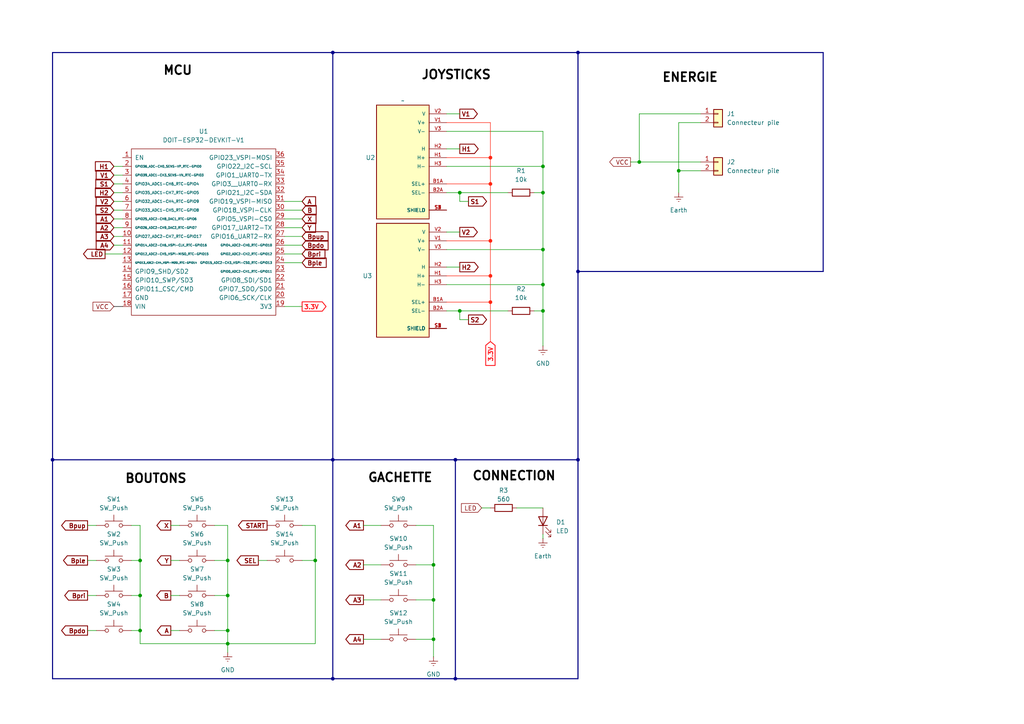
<source format=kicad_sch>
(kicad_sch
	(version 20231120)
	(generator "eeschema")
	(generator_version "8.0")
	(uuid "0d38649f-f0ba-4359-8485-869659ef13de")
	(paper "A4")
	(title_block
		(title "Manette ESP 32")
		(date "2024-05-30")
		(company "M. LE MEUR, A. BINNER")
	)
	(lib_symbols
		(symbol "COM-09032:COM-09032"
			(pin_names
				(offset 1.016)
			)
			(exclude_from_sim no)
			(in_bom yes)
			(on_board yes)
			(property "Reference" "U"
				(at -7.62 16.002 0)
				(effects
					(font
						(size 1.27 1.27)
					)
					(justify left bottom)
				)
			)
			(property "Value" "COM-09032"
				(at -7.62 -20.32 0)
				(effects
					(font
						(size 1.27 1.27)
					)
					(justify left bottom)
				)
			)
			(property "Footprint" "COM-09032:XDCR_COM-09032"
				(at 0 0 0)
				(effects
					(font
						(size 1.27 1.27)
					)
					(justify bottom)
					(hide yes)
				)
			)
			(property "Datasheet" ""
				(at 0 0 0)
				(effects
					(font
						(size 1.27 1.27)
					)
					(hide yes)
				)
			)
			(property "Description" ""
				(at 0 0 0)
				(effects
					(font
						(size 1.27 1.27)
					)
					(hide yes)
				)
			)
			(property "DigiKey_Part_Number" "1568-1526-ND"
				(at 0 0 0)
				(effects
					(font
						(size 1.27 1.27)
					)
					(justify bottom)
					(hide yes)
				)
			)
			(property "MF" "SparkFun Electronics"
				(at 0 0 0)
				(effects
					(font
						(size 1.27 1.27)
					)
					(justify bottom)
					(hide yes)
				)
			)
			(property "MAXIMUM_PACKAGE_HEIGHT" "30.1mm"
				(at 0 0 0)
				(effects
					(font
						(size 1.27 1.27)
					)
					(justify bottom)
					(hide yes)
				)
			)
			(property "Package" "Package"
				(at 0 0 0)
				(effects
					(font
						(size 1.27 1.27)
					)
					(justify bottom)
					(hide yes)
				)
			)
			(property "Check_prices" "https://www.snapeda.com/parts/COM-09032/SparkFun+Electronics/view-part/?ref=eda"
				(at 0 0 0)
				(effects
					(font
						(size 1.27 1.27)
					)
					(justify bottom)
					(hide yes)
				)
			)
			(property "STANDARD" "Manufacturer Recommendations"
				(at 0 0 0)
				(effects
					(font
						(size 1.27 1.27)
					)
					(justify bottom)
					(hide yes)
				)
			)
			(property "PARTREV" "N/A"
				(at 0 0 0)
				(effects
					(font
						(size 1.27 1.27)
					)
					(justify bottom)
					(hide yes)
				)
			)
			(property "SnapEDA_Link" "https://www.snapeda.com/parts/COM-09032/SparkFun+Electronics/view-part/?ref=snap"
				(at 0 0 0)
				(effects
					(font
						(size 1.27 1.27)
					)
					(justify bottom)
					(hide yes)
				)
			)
			(property "MP" "COM-09032"
				(at 0 0 0)
				(effects
					(font
						(size 1.27 1.27)
					)
					(justify bottom)
					(hide yes)
				)
			)
			(property "Purchase-URL" "https://www.snapeda.com/api/url_track_click_mouser/?unipart_id=888157&manufacturer=SparkFun Electronics&part_name=COM-09032&search_term=joystick"
				(at 0 0 0)
				(effects
					(font
						(size 1.27 1.27)
					)
					(justify bottom)
					(hide yes)
				)
			)
			(property "Description_1" "\nJoystick, 2 - Axis Analog (Resistive) Output\n"
				(at 0 0 0)
				(effects
					(font
						(size 1.27 1.27)
					)
					(justify bottom)
					(hide yes)
				)
			)
			(property "MANUFACTURER" "SparkFun Electronics"
				(at 0 0 0)
				(effects
					(font
						(size 1.27 1.27)
					)
					(justify bottom)
					(hide yes)
				)
			)
			(symbol "COM-09032_0_0"
				(rectangle
					(start -7.62 -17.78)
					(end 7.62 15.24)
					(stroke
						(width 0.254)
						(type default)
					)
					(fill
						(type background)
					)
				)
				(pin passive line
					(at -12.7 -7.62 0)
					(length 5.08)
					(name "SEL+"
						(effects
							(font
								(size 1.016 1.016)
							)
						)
					)
					(number "B1A"
						(effects
							(font
								(size 1.016 1.016)
							)
						)
					)
				)
				(pin passive line
					(at -12.7 -10.16 0)
					(length 5.08)
					(name "SEL-"
						(effects
							(font
								(size 1.016 1.016)
							)
						)
					)
					(number "B2A"
						(effects
							(font
								(size 1.016 1.016)
							)
						)
					)
				)
				(pin passive line
					(at -12.7 0 0)
					(length 5.08)
					(name "H+"
						(effects
							(font
								(size 1.016 1.016)
							)
						)
					)
					(number "H1"
						(effects
							(font
								(size 1.016 1.016)
							)
						)
					)
				)
				(pin passive line
					(at -12.7 2.54 0)
					(length 5.08)
					(name "H"
						(effects
							(font
								(size 1.016 1.016)
							)
						)
					)
					(number "H2"
						(effects
							(font
								(size 1.016 1.016)
							)
						)
					)
				)
				(pin passive line
					(at -12.7 -2.54 0)
					(length 5.08)
					(name "H-"
						(effects
							(font
								(size 1.016 1.016)
							)
						)
					)
					(number "H3"
						(effects
							(font
								(size 1.016 1.016)
							)
						)
					)
				)
				(pin passive line
					(at -12.7 -15.24 0)
					(length 5.08)
					(name "SHIELD"
						(effects
							(font
								(size 1.016 1.016)
							)
						)
					)
					(number "S1"
						(effects
							(font
								(size 1.016 1.016)
							)
						)
					)
				)
				(pin passive line
					(at -12.7 -15.24 0)
					(length 5.08)
					(name "SHIELD"
						(effects
							(font
								(size 1.016 1.016)
							)
						)
					)
					(number "S2"
						(effects
							(font
								(size 1.016 1.016)
							)
						)
					)
				)
				(pin passive line
					(at -12.7 -15.24 0)
					(length 5.08)
					(name "SHIELD"
						(effects
							(font
								(size 1.016 1.016)
							)
						)
					)
					(number "S3"
						(effects
							(font
								(size 1.016 1.016)
							)
						)
					)
				)
				(pin passive line
					(at -12.7 -15.24 0)
					(length 5.08)
					(name "SHIELD"
						(effects
							(font
								(size 1.016 1.016)
							)
						)
					)
					(number "S4"
						(effects
							(font
								(size 1.016 1.016)
							)
						)
					)
				)
				(pin passive line
					(at -12.7 10.16 0)
					(length 5.08)
					(name "V+"
						(effects
							(font
								(size 1.016 1.016)
							)
						)
					)
					(number "V1"
						(effects
							(font
								(size 1.016 1.016)
							)
						)
					)
				)
				(pin passive line
					(at -12.7 12.7 0)
					(length 5.08)
					(name "V"
						(effects
							(font
								(size 1.016 1.016)
							)
						)
					)
					(number "V2"
						(effects
							(font
								(size 1.016 1.016)
							)
						)
					)
				)
				(pin passive line
					(at -12.7 7.62 0)
					(length 5.08)
					(name "V-"
						(effects
							(font
								(size 1.016 1.016)
							)
						)
					)
					(number "V3"
						(effects
							(font
								(size 1.016 1.016)
							)
						)
					)
				)
			)
		)
		(symbol "Connector_Generic:Conn_01x02"
			(pin_names
				(offset 1.016) hide)
			(exclude_from_sim no)
			(in_bom yes)
			(on_board yes)
			(property "Reference" "J"
				(at 0 2.54 0)
				(effects
					(font
						(size 1.27 1.27)
					)
				)
			)
			(property "Value" "Conn_01x02"
				(at 0 -5.08 0)
				(effects
					(font
						(size 1.27 1.27)
					)
				)
			)
			(property "Footprint" ""
				(at 0 0 0)
				(effects
					(font
						(size 1.27 1.27)
					)
					(hide yes)
				)
			)
			(property "Datasheet" "~"
				(at 0 0 0)
				(effects
					(font
						(size 1.27 1.27)
					)
					(hide yes)
				)
			)
			(property "Description" "Generic connector, single row, 01x02, script generated (kicad-library-utils/schlib/autogen/connector/)"
				(at 0 0 0)
				(effects
					(font
						(size 1.27 1.27)
					)
					(hide yes)
				)
			)
			(property "ki_keywords" "connector"
				(at 0 0 0)
				(effects
					(font
						(size 1.27 1.27)
					)
					(hide yes)
				)
			)
			(property "ki_fp_filters" "Connector*:*_1x??_*"
				(at 0 0 0)
				(effects
					(font
						(size 1.27 1.27)
					)
					(hide yes)
				)
			)
			(symbol "Conn_01x02_1_1"
				(rectangle
					(start -1.27 -2.413)
					(end 0 -2.667)
					(stroke
						(width 0.1524)
						(type default)
					)
					(fill
						(type none)
					)
				)
				(rectangle
					(start -1.27 0.127)
					(end 0 -0.127)
					(stroke
						(width 0.1524)
						(type default)
					)
					(fill
						(type none)
					)
				)
				(rectangle
					(start -1.27 1.27)
					(end 1.27 -3.81)
					(stroke
						(width 0.254)
						(type default)
					)
					(fill
						(type background)
					)
				)
				(pin passive line
					(at -5.08 0 0)
					(length 3.81)
					(name "Pin_1"
						(effects
							(font
								(size 1.27 1.27)
							)
						)
					)
					(number "1"
						(effects
							(font
								(size 1.27 1.27)
							)
						)
					)
				)
				(pin passive line
					(at -5.08 -2.54 0)
					(length 3.81)
					(name "Pin_2"
						(effects
							(font
								(size 1.27 1.27)
							)
						)
					)
					(number "2"
						(effects
							(font
								(size 1.27 1.27)
							)
						)
					)
				)
			)
		)
		(symbol "Device:LED"
			(pin_numbers hide)
			(pin_names
				(offset 1.016) hide)
			(exclude_from_sim no)
			(in_bom yes)
			(on_board yes)
			(property "Reference" "D"
				(at 0 2.54 0)
				(effects
					(font
						(size 1.27 1.27)
					)
				)
			)
			(property "Value" "LED"
				(at 0 -2.54 0)
				(effects
					(font
						(size 1.27 1.27)
					)
				)
			)
			(property "Footprint" ""
				(at 0 0 0)
				(effects
					(font
						(size 1.27 1.27)
					)
					(hide yes)
				)
			)
			(property "Datasheet" "~"
				(at 0 0 0)
				(effects
					(font
						(size 1.27 1.27)
					)
					(hide yes)
				)
			)
			(property "Description" "Light emitting diode"
				(at 0 0 0)
				(effects
					(font
						(size 1.27 1.27)
					)
					(hide yes)
				)
			)
			(property "ki_keywords" "LED diode"
				(at 0 0 0)
				(effects
					(font
						(size 1.27 1.27)
					)
					(hide yes)
				)
			)
			(property "ki_fp_filters" "LED* LED_SMD:* LED_THT:*"
				(at 0 0 0)
				(effects
					(font
						(size 1.27 1.27)
					)
					(hide yes)
				)
			)
			(symbol "LED_0_1"
				(polyline
					(pts
						(xy -1.27 -1.27) (xy -1.27 1.27)
					)
					(stroke
						(width 0.254)
						(type default)
					)
					(fill
						(type none)
					)
				)
				(polyline
					(pts
						(xy -1.27 0) (xy 1.27 0)
					)
					(stroke
						(width 0)
						(type default)
					)
					(fill
						(type none)
					)
				)
				(polyline
					(pts
						(xy 1.27 -1.27) (xy 1.27 1.27) (xy -1.27 0) (xy 1.27 -1.27)
					)
					(stroke
						(width 0.254)
						(type default)
					)
					(fill
						(type none)
					)
				)
				(polyline
					(pts
						(xy -3.048 -0.762) (xy -4.572 -2.286) (xy -3.81 -2.286) (xy -4.572 -2.286) (xy -4.572 -1.524)
					)
					(stroke
						(width 0)
						(type default)
					)
					(fill
						(type none)
					)
				)
				(polyline
					(pts
						(xy -1.778 -0.762) (xy -3.302 -2.286) (xy -2.54 -2.286) (xy -3.302 -2.286) (xy -3.302 -1.524)
					)
					(stroke
						(width 0)
						(type default)
					)
					(fill
						(type none)
					)
				)
			)
			(symbol "LED_1_1"
				(pin passive line
					(at -3.81 0 0)
					(length 2.54)
					(name "K"
						(effects
							(font
								(size 1.27 1.27)
							)
						)
					)
					(number "1"
						(effects
							(font
								(size 1.27 1.27)
							)
						)
					)
				)
				(pin passive line
					(at 3.81 0 180)
					(length 2.54)
					(name "A"
						(effects
							(font
								(size 1.27 1.27)
							)
						)
					)
					(number "2"
						(effects
							(font
								(size 1.27 1.27)
							)
						)
					)
				)
			)
		)
		(symbol "Device:R"
			(pin_numbers hide)
			(pin_names
				(offset 0)
			)
			(exclude_from_sim no)
			(in_bom yes)
			(on_board yes)
			(property "Reference" "R"
				(at 2.032 0 90)
				(effects
					(font
						(size 1.27 1.27)
					)
				)
			)
			(property "Value" "R"
				(at 0 0 90)
				(effects
					(font
						(size 1.27 1.27)
					)
				)
			)
			(property "Footprint" ""
				(at -1.778 0 90)
				(effects
					(font
						(size 1.27 1.27)
					)
					(hide yes)
				)
			)
			(property "Datasheet" "~"
				(at 0 0 0)
				(effects
					(font
						(size 1.27 1.27)
					)
					(hide yes)
				)
			)
			(property "Description" "Resistor"
				(at 0 0 0)
				(effects
					(font
						(size 1.27 1.27)
					)
					(hide yes)
				)
			)
			(property "ki_keywords" "R res resistor"
				(at 0 0 0)
				(effects
					(font
						(size 1.27 1.27)
					)
					(hide yes)
				)
			)
			(property "ki_fp_filters" "R_*"
				(at 0 0 0)
				(effects
					(font
						(size 1.27 1.27)
					)
					(hide yes)
				)
			)
			(symbol "R_0_1"
				(rectangle
					(start -1.016 -2.54)
					(end 1.016 2.54)
					(stroke
						(width 0.254)
						(type default)
					)
					(fill
						(type none)
					)
				)
			)
			(symbol "R_1_1"
				(pin passive line
					(at 0 3.81 270)
					(length 1.27)
					(name "~"
						(effects
							(font
								(size 1.27 1.27)
							)
						)
					)
					(number "1"
						(effects
							(font
								(size 1.27 1.27)
							)
						)
					)
				)
				(pin passive line
					(at 0 -3.81 90)
					(length 1.27)
					(name "~"
						(effects
							(font
								(size 1.27 1.27)
							)
						)
					)
					(number "2"
						(effects
							(font
								(size 1.27 1.27)
							)
						)
					)
				)
			)
		)
		(symbol "Switch:SW_Push"
			(pin_numbers hide)
			(pin_names
				(offset 1.016) hide)
			(exclude_from_sim no)
			(in_bom yes)
			(on_board yes)
			(property "Reference" "SW"
				(at 1.27 2.54 0)
				(effects
					(font
						(size 1.27 1.27)
					)
					(justify left)
				)
			)
			(property "Value" "SW_Push"
				(at 0 -1.524 0)
				(effects
					(font
						(size 1.27 1.27)
					)
				)
			)
			(property "Footprint" ""
				(at 0 5.08 0)
				(effects
					(font
						(size 1.27 1.27)
					)
					(hide yes)
				)
			)
			(property "Datasheet" "~"
				(at 0 5.08 0)
				(effects
					(font
						(size 1.27 1.27)
					)
					(hide yes)
				)
			)
			(property "Description" "Push button switch, generic, two pins"
				(at 0 0 0)
				(effects
					(font
						(size 1.27 1.27)
					)
					(hide yes)
				)
			)
			(property "ki_keywords" "switch normally-open pushbutton push-button"
				(at 0 0 0)
				(effects
					(font
						(size 1.27 1.27)
					)
					(hide yes)
				)
			)
			(symbol "SW_Push_0_1"
				(circle
					(center -2.032 0)
					(radius 0.508)
					(stroke
						(width 0)
						(type default)
					)
					(fill
						(type none)
					)
				)
				(polyline
					(pts
						(xy 0 1.27) (xy 0 3.048)
					)
					(stroke
						(width 0)
						(type default)
					)
					(fill
						(type none)
					)
				)
				(polyline
					(pts
						(xy 2.54 1.27) (xy -2.54 1.27)
					)
					(stroke
						(width 0)
						(type default)
					)
					(fill
						(type none)
					)
				)
				(circle
					(center 2.032 0)
					(radius 0.508)
					(stroke
						(width 0)
						(type default)
					)
					(fill
						(type none)
					)
				)
				(pin passive line
					(at -5.08 0 0)
					(length 2.54)
					(name "1"
						(effects
							(font
								(size 1.27 1.27)
							)
						)
					)
					(number "1"
						(effects
							(font
								(size 1.27 1.27)
							)
						)
					)
				)
				(pin passive line
					(at 5.08 0 180)
					(length 2.54)
					(name "2"
						(effects
							(font
								(size 1.27 1.27)
							)
						)
					)
					(number "2"
						(effects
							(font
								(size 1.27 1.27)
							)
						)
					)
				)
			)
		)
		(symbol "doit-esp32-devkit-v1:DOIT-ESP32-DEVKIT-V1"
			(pin_names
				(offset 1.016)
			)
			(exclude_from_sim no)
			(in_bom yes)
			(on_board yes)
			(property "Reference" "U"
				(at -1.27 11.43 0)
				(effects
					(font
						(size 1.27 1.27)
					)
				)
			)
			(property "Value" "DOIT-ESP32-DEVKIT-V1"
				(at 0 13.97 0)
				(effects
					(font
						(size 1.27 1.27)
					)
				)
			)
			(property "Footprint" ""
				(at -1.27 11.43 0)
				(effects
					(font
						(size 1.27 1.27)
					)
					(hide yes)
				)
			)
			(property "Datasheet" ""
				(at -1.27 11.43 0)
				(effects
					(font
						(size 1.27 1.27)
					)
					(hide yes)
				)
			)
			(property "Description" ""
				(at 0 0 0)
				(effects
					(font
						(size 1.27 1.27)
					)
					(hide yes)
				)
			)
			(symbol "DOIT-ESP32-DEVKIT-V1_0_1"
				(rectangle
					(start 20.32 10.16)
					(end -21.59 -38.1)
					(stroke
						(width 0)
						(type solid)
					)
					(fill
						(type none)
					)
				)
			)
			(symbol "DOIT-ESP32-DEVKIT-V1_1_1"
				(pin output line
					(at -24.13 7.62 0)
					(length 2.54)
					(name "EN"
						(effects
							(font
								(size 1.27 1.27)
							)
						)
					)
					(number "1"
						(effects
							(font
								(size 1.27 1.27)
							)
						)
					)
				)
				(pin bidirectional line
					(at -24.13 -15.24 0)
					(length 2.54)
					(name "GPIO27_ADC2-CH7_RTC-GPIO17"
						(effects
							(font
								(size 0.7874 0.7874)
							)
						)
					)
					(number "10"
						(effects
							(font
								(size 1.27 1.27)
							)
						)
					)
				)
				(pin bidirectional line
					(at -24.13 -17.78 0)
					(length 2.54)
					(name "GPIO14_ADC2-CH6_HSPI-CLK_RTC-GPIO16"
						(effects
							(font
								(size 0.635 0.635)
							)
						)
					)
					(number "11"
						(effects
							(font
								(size 1.27 1.27)
							)
						)
					)
				)
				(pin bidirectional line
					(at -24.13 -20.32 0)
					(length 2.54)
					(name "GPIO12_ADC2-CH5_HSPI-MISO_RTC-GPIO15"
						(effects
							(font
								(size 0.635 0.635)
							)
						)
					)
					(number "12"
						(effects
							(font
								(size 1.27 1.27)
							)
						)
					)
				)
				(pin bidirectional line
					(at -24.13 -22.86 0)
					(length 2.54)
					(name "GPIO13_ADC2-CH4_HSPI-MOSI_RTC-GPIO14"
						(effects
							(font
								(size 0.5334 0.5334)
							)
						)
					)
					(number "13"
						(effects
							(font
								(size 1.27 1.27)
							)
						)
					)
				)
				(pin unspecified line
					(at -24.13 -25.4 0)
					(length 2.54)
					(name "GPIO9_SHD/SD2"
						(effects
							(font
								(size 1.27 1.27)
							)
						)
					)
					(number "14"
						(effects
							(font
								(size 1.27 1.27)
							)
						)
					)
				)
				(pin unspecified line
					(at -24.13 -27.94 0)
					(length 2.54)
					(name "GPIO10_SWP/SD3"
						(effects
							(font
								(size 1.27 1.27)
							)
						)
					)
					(number "15"
						(effects
							(font
								(size 1.27 1.27)
							)
						)
					)
				)
				(pin unspecified line
					(at -24.13 -30.48 0)
					(length 2.54)
					(name "GPIO11_CSC/CMD"
						(effects
							(font
								(size 1.27 1.27)
							)
						)
					)
					(number "16"
						(effects
							(font
								(size 1.27 1.27)
							)
						)
					)
				)
				(pin bidirectional line
					(at -24.13 -33.02 0)
					(length 2.54)
					(name "GND"
						(effects
							(font
								(size 1.27 1.27)
							)
						)
					)
					(number "17"
						(effects
							(font
								(size 1.27 1.27)
							)
						)
					)
				)
				(pin bidirectional line
					(at -24.13 -35.56 0)
					(length 2.54)
					(name "VIN"
						(effects
							(font
								(size 1.27 1.27)
							)
						)
					)
					(number "18"
						(effects
							(font
								(size 1.27 1.27)
							)
						)
					)
				)
				(pin output line
					(at 22.86 -35.56 180)
					(length 2.54)
					(name "3V3"
						(effects
							(font
								(size 1.27 1.27)
							)
						)
					)
					(number "19"
						(effects
							(font
								(size 1.27 1.27)
							)
						)
					)
				)
				(pin bidirectional line
					(at -24.13 5.08 0)
					(length 2.54)
					(name "GPIO36_ADC-CH0_SENS-VP_RTC-GPIO0"
						(effects
							(font
								(size 0.635 0.635)
							)
						)
					)
					(number "2"
						(effects
							(font
								(size 1.27 1.27)
							)
						)
					)
				)
				(pin unspecified line
					(at 22.86 -33.02 180)
					(length 2.54)
					(name "GPIO6_SCK/CLK"
						(effects
							(font
								(size 1.27 1.27)
							)
						)
					)
					(number "20"
						(effects
							(font
								(size 1.27 1.27)
							)
						)
					)
				)
				(pin unspecified line
					(at 22.86 -30.48 180)
					(length 2.54)
					(name "GPIO7_SDO/SD0"
						(effects
							(font
								(size 1.27 1.27)
							)
						)
					)
					(number "21"
						(effects
							(font
								(size 1.27 1.27)
							)
						)
					)
				)
				(pin unspecified line
					(at 22.86 -27.94 180)
					(length 2.54)
					(name "GPIO8_SDI/SD1"
						(effects
							(font
								(size 1.27 1.27)
							)
						)
					)
					(number "22"
						(effects
							(font
								(size 1.27 1.27)
							)
						)
					)
				)
				(pin bidirectional line
					(at 22.86 -25.4 180)
					(length 2.54)
					(name "GPIO0_ADC2-CH1_RTC-GPIO11"
						(effects
							(font
								(size 0.635 0.635)
							)
						)
					)
					(number "23"
						(effects
							(font
								(size 1.27 1.27)
							)
						)
					)
				)
				(pin bidirectional line
					(at 22.86 -22.86 180)
					(length 2.54)
					(name "GPIO15_ADC2-CH3_HSPI-CS0_RTC-GPIO13"
						(effects
							(font
								(size 0.635 0.635)
							)
						)
					)
					(number "24"
						(effects
							(font
								(size 1.27 1.27)
							)
						)
					)
				)
				(pin bidirectional line
					(at 22.86 -20.32 180)
					(length 2.54)
					(name "GPIO2_ADC2-CH2_RTC-GPIO12"
						(effects
							(font
								(size 0.635 0.635)
							)
						)
					)
					(number "25"
						(effects
							(font
								(size 1.27 1.27)
							)
						)
					)
				)
				(pin bidirectional line
					(at 22.86 -17.78 180)
					(length 2.54)
					(name "GPIO4_ADC2-CH0_RTC-GPIO10"
						(effects
							(font
								(size 0.635 0.635)
							)
						)
					)
					(number "26"
						(effects
							(font
								(size 1.27 1.27)
							)
						)
					)
				)
				(pin bidirectional line
					(at 22.86 -15.24 180)
					(length 2.54)
					(name "GPIO16_UART2-RX"
						(effects
							(font
								(size 1.27 1.27)
							)
						)
					)
					(number "27"
						(effects
							(font
								(size 1.27 1.27)
							)
						)
					)
				)
				(pin bidirectional line
					(at 22.86 -12.7 180)
					(length 2.54)
					(name "GPIO17_UART2-TX"
						(effects
							(font
								(size 1.27 1.27)
							)
						)
					)
					(number "28"
						(effects
							(font
								(size 1.27 1.27)
							)
						)
					)
				)
				(pin bidirectional line
					(at 22.86 -10.16 180)
					(length 2.54)
					(name "GPIO5_VSPI-CS0"
						(effects
							(font
								(size 1.27 1.27)
							)
						)
					)
					(number "29"
						(effects
							(font
								(size 1.27 1.27)
							)
						)
					)
				)
				(pin bidirectional line
					(at -24.13 2.54 0)
					(length 2.54)
					(name "GPIO39_ADC1-CH3_SENS-VN_RTC-GPIO3"
						(effects
							(font
								(size 0.635 0.635)
							)
						)
					)
					(number "3"
						(effects
							(font
								(size 1.27 1.27)
							)
						)
					)
				)
				(pin bidirectional line
					(at 22.86 -7.62 180)
					(length 2.54)
					(name "GPIO18_VSPI-CLK"
						(effects
							(font
								(size 1.27 1.27)
							)
						)
					)
					(number "30"
						(effects
							(font
								(size 1.27 1.27)
							)
						)
					)
				)
				(pin bidirectional line
					(at 22.86 -5.08 180)
					(length 2.54)
					(name "GPIO19_VSPI-MISO"
						(effects
							(font
								(size 1.27 1.27)
							)
						)
					)
					(number "31"
						(effects
							(font
								(size 1.27 1.27)
							)
						)
					)
				)
				(pin bidirectional line
					(at 22.86 -2.54 180)
					(length 2.54)
					(name "GPIO21_I2C-SDA"
						(effects
							(font
								(size 1.27 1.27)
							)
						)
					)
					(number "32"
						(effects
							(font
								(size 1.27 1.27)
							)
						)
					)
				)
				(pin bidirectional line
					(at 22.86 0 180)
					(length 2.54)
					(name "GPIO3__UART0-RX"
						(effects
							(font
								(size 1.27 1.27)
							)
						)
					)
					(number "33"
						(effects
							(font
								(size 1.27 1.27)
							)
						)
					)
				)
				(pin bidirectional line
					(at 22.86 2.54 180)
					(length 2.54)
					(name "GPIO1_UART0-TX"
						(effects
							(font
								(size 1.27 1.27)
							)
						)
					)
					(number "34"
						(effects
							(font
								(size 1.27 1.27)
							)
						)
					)
				)
				(pin bidirectional line
					(at 22.86 5.08 180)
					(length 2.54)
					(name "GPIO22_I2C-SCL"
						(effects
							(font
								(size 1.27 1.27)
							)
						)
					)
					(number "35"
						(effects
							(font
								(size 1.27 1.27)
							)
						)
					)
				)
				(pin bidirectional line
					(at 22.86 7.62 180)
					(length 2.54)
					(name "GPIO23_VSPI-MOSI"
						(effects
							(font
								(size 1.27 1.27)
							)
						)
					)
					(number "36"
						(effects
							(font
								(size 1.27 1.27)
							)
						)
					)
				)
				(pin bidirectional line
					(at -24.13 0 0)
					(length 2.54)
					(name "GPIO34_ADC1-CH6_RTC-GPIO4"
						(effects
							(font
								(size 0.7874 0.7874)
							)
						)
					)
					(number "4"
						(effects
							(font
								(size 1.27 1.27)
							)
						)
					)
				)
				(pin bidirectional line
					(at -24.13 -2.54 0)
					(length 2.54)
					(name "GPIO35_ADC1-CH7_RTC-GPIO5"
						(effects
							(font
								(size 0.7874 0.7874)
							)
						)
					)
					(number "5"
						(effects
							(font
								(size 1.27 1.27)
							)
						)
					)
				)
				(pin bidirectional line
					(at -24.13 -5.08 0)
					(length 2.54)
					(name "GPIO32_ADC1-CH4_RTC-GPIO9"
						(effects
							(font
								(size 0.7874 0.7874)
							)
						)
					)
					(number "6"
						(effects
							(font
								(size 1.27 1.27)
							)
						)
					)
				)
				(pin bidirectional line
					(at -24.13 -7.62 0)
					(length 2.54)
					(name "GPIO33_ADC1-CH5_RTC-GPIO8"
						(effects
							(font
								(size 0.7874 0.7874)
							)
						)
					)
					(number "7"
						(effects
							(font
								(size 1.27 1.27)
							)
						)
					)
				)
				(pin bidirectional line
					(at -24.13 -10.16 0)
					(length 2.54)
					(name "GPIO25_ADC2-CH8_DAC1_RTC-GPIO6"
						(effects
							(font
								(size 0.635 0.635)
							)
						)
					)
					(number "8"
						(effects
							(font
								(size 1.27 1.27)
							)
						)
					)
				)
				(pin bidirectional line
					(at -24.13 -12.7 0)
					(length 2.54)
					(name "GPIO26_ADC2-CH9_DAC2_RTC-GPIO7"
						(effects
							(font
								(size 0.635 0.635)
							)
						)
					)
					(number "9"
						(effects
							(font
								(size 1.27 1.27)
							)
						)
					)
				)
			)
		)
		(symbol "power:Earth"
			(power)
			(pin_numbers hide)
			(pin_names
				(offset 0) hide)
			(exclude_from_sim no)
			(in_bom yes)
			(on_board yes)
			(property "Reference" "#PWR"
				(at 0 -6.35 0)
				(effects
					(font
						(size 1.27 1.27)
					)
					(hide yes)
				)
			)
			(property "Value" "Earth"
				(at 0 -3.81 0)
				(effects
					(font
						(size 1.27 1.27)
					)
				)
			)
			(property "Footprint" ""
				(at 0 0 0)
				(effects
					(font
						(size 1.27 1.27)
					)
					(hide yes)
				)
			)
			(property "Datasheet" "~"
				(at 0 0 0)
				(effects
					(font
						(size 1.27 1.27)
					)
					(hide yes)
				)
			)
			(property "Description" "Power symbol creates a global label with name \"Earth\""
				(at 0 0 0)
				(effects
					(font
						(size 1.27 1.27)
					)
					(hide yes)
				)
			)
			(property "ki_keywords" "global ground gnd"
				(at 0 0 0)
				(effects
					(font
						(size 1.27 1.27)
					)
					(hide yes)
				)
			)
			(symbol "Earth_0_1"
				(polyline
					(pts
						(xy -0.635 -1.905) (xy 0.635 -1.905)
					)
					(stroke
						(width 0)
						(type default)
					)
					(fill
						(type none)
					)
				)
				(polyline
					(pts
						(xy -0.127 -2.54) (xy 0.127 -2.54)
					)
					(stroke
						(width 0)
						(type default)
					)
					(fill
						(type none)
					)
				)
				(polyline
					(pts
						(xy 0 -1.27) (xy 0 0)
					)
					(stroke
						(width 0)
						(type default)
					)
					(fill
						(type none)
					)
				)
				(polyline
					(pts
						(xy 1.27 -1.27) (xy -1.27 -1.27)
					)
					(stroke
						(width 0)
						(type default)
					)
					(fill
						(type none)
					)
				)
			)
			(symbol "Earth_1_1"
				(pin power_in line
					(at 0 0 270)
					(length 0)
					(name "~"
						(effects
							(font
								(size 1.27 1.27)
							)
						)
					)
					(number "1"
						(effects
							(font
								(size 1.27 1.27)
							)
						)
					)
				)
			)
		)
	)
	(junction
		(at 142.24 69.85)
		(diameter 0)
		(color 255 30 11 1)
		(uuid "00d103a6-c80d-4bb8-98fc-8e938e944054")
	)
	(junction
		(at 132.08 133.35)
		(diameter 0)
		(color 0 0 0 0)
		(uuid "08eea103-35fc-4cab-9278-c2d4b212bb0b")
	)
	(junction
		(at 132.08 196.85)
		(diameter 0)
		(color 0 0 0 0)
		(uuid "1727812c-b8b6-440c-9ee5-113c9983d530")
	)
	(junction
		(at 40.64 162.56)
		(diameter 0)
		(color 0 0 0 0)
		(uuid "1e264570-ed80-446e-8083-58d216a9de6e")
	)
	(junction
		(at 66.04 182.88)
		(diameter 0)
		(color 0 0 0 0)
		(uuid "1f69a496-6ffa-44e6-b80f-d2f2ce271c6d")
	)
	(junction
		(at 142.24 87.63)
		(diameter 0)
		(color 255 30 11 1)
		(uuid "20f9919f-ac1d-4a1c-bad8-8a4b6b641410")
	)
	(junction
		(at 157.48 48.26)
		(diameter 0)
		(color 0 0 0 0)
		(uuid "22b1a9ae-cc9b-4768-8b38-134c7b69cb4e")
	)
	(junction
		(at 40.64 182.88)
		(diameter 0)
		(color 0 0 0 0)
		(uuid "325e0a91-89a7-40cb-87b8-911190ab04ae")
	)
	(junction
		(at 125.73 173.99)
		(diameter 0)
		(color 0 0 0 0)
		(uuid "3bedc70f-945d-45f4-ace8-c3e87551e494")
	)
	(junction
		(at 96.52 133.35)
		(diameter 0)
		(color 0 0 0 0)
		(uuid "44033d75-fe16-4a52-98d8-20bc954af3de")
	)
	(junction
		(at 66.04 172.72)
		(diameter 0)
		(color 0 0 0 0)
		(uuid "49e82b48-c72b-487b-ba72-70cec50500bd")
	)
	(junction
		(at 125.73 185.42)
		(diameter 0)
		(color 0 0 0 0)
		(uuid "53b41212-86fe-4b25-87e4-49e0b4f7e925")
	)
	(junction
		(at 133.35 55.88)
		(diameter 0)
		(color 0 0 0 0)
		(uuid "545bb60f-bfc0-4e5f-8186-db7ccf49a111")
	)
	(junction
		(at 40.64 172.72)
		(diameter 0)
		(color 0 0 0 0)
		(uuid "5e13a5e6-d761-4c51-9718-08199bd0c106")
	)
	(junction
		(at 96.52 15.24)
		(diameter 0)
		(color 0 0 0 0)
		(uuid "65c9f885-f9ac-4767-a220-cb378248f5b8")
	)
	(junction
		(at 133.35 90.17)
		(diameter 0)
		(color 0 0 0 0)
		(uuid "70f23548-843c-4716-a0db-56afe0b05f48")
	)
	(junction
		(at 66.04 186.69)
		(diameter 0)
		(color 0 0 0 0)
		(uuid "7f2d0d8d-e10e-4046-ab89-02f5d1361ca7")
	)
	(junction
		(at 196.85 49.53)
		(diameter 0)
		(color 0 0 0 0)
		(uuid "86948b68-755e-4df6-8cd8-3d519d6c34b1")
	)
	(junction
		(at 157.48 82.55)
		(diameter 0)
		(color 0 0 0 0)
		(uuid "91e88ea0-2020-4630-b1ac-dd87d141c737")
	)
	(junction
		(at 167.64 133.35)
		(diameter 0)
		(color 0 0 0 0)
		(uuid "99ecaad7-7a82-4855-bd4b-e76f9ef43a0d")
	)
	(junction
		(at 96.52 196.85)
		(diameter 0)
		(color 0 0 0 0)
		(uuid "9a516859-1363-4f7a-a463-0dd5d37da727")
	)
	(junction
		(at 142.24 45.72)
		(diameter 0)
		(color 255 30 11 1)
		(uuid "affb2c71-9633-4e9c-9de7-b923a829588f")
	)
	(junction
		(at 185.42 46.99)
		(diameter 0)
		(color 0 0 0 0)
		(uuid "b5800ec6-c9e7-4c74-8f32-5bbd357657f2")
	)
	(junction
		(at 91.44 162.56)
		(diameter 0)
		(color 0 0 0 0)
		(uuid "b6bbaf66-7bdb-4cda-b8d7-52db6e17d76d")
	)
	(junction
		(at 125.73 163.83)
		(diameter 0)
		(color 0 0 0 0)
		(uuid "b7d46abb-d0f3-4aa2-ad42-92040e8d0492")
	)
	(junction
		(at 66.04 162.56)
		(diameter 0)
		(color 0 0 0 0)
		(uuid "b9653d67-ca31-4409-9ea1-19091d159221")
	)
	(junction
		(at 142.24 80.01)
		(diameter 0)
		(color 255 30 11 1)
		(uuid "bb1beda9-bd55-431b-9fdb-2cacaf6b9608")
	)
	(junction
		(at 157.48 55.88)
		(diameter 0)
		(color 0 0 0 0)
		(uuid "beca6f43-1968-467c-8dd5-38ddef0865b8")
	)
	(junction
		(at 15.24 133.35)
		(diameter 0)
		(color 0 0 0 0)
		(uuid "c14d0c68-be0b-4015-954c-aa75099f1a24")
	)
	(junction
		(at 167.64 78.74)
		(diameter 0)
		(color 0 0 0 0)
		(uuid "c76337d1-7c44-4cfb-830e-1f7c93176f98")
	)
	(junction
		(at 167.64 15.24)
		(diameter 0)
		(color 0 0 0 0)
		(uuid "d74c0f96-d30a-48fe-bdd9-9bf14852089c")
	)
	(junction
		(at 142.24 53.34)
		(diameter 0)
		(color 255 30 11 1)
		(uuid "e80ca781-7e25-494a-bd73-17e07490a709")
	)
	(junction
		(at 157.48 90.17)
		(diameter 0)
		(color 0 0 0 0)
		(uuid "f773e821-7e2e-49d6-9648-26a3a552e3a7")
	)
	(junction
		(at 157.48 72.39)
		(diameter 0)
		(color 0 0 0 0)
		(uuid "fb1582e6-b5c1-49a7-9843-c65c4decf394")
	)
	(wire
		(pts
			(xy 133.35 92.71) (xy 135.89 92.71)
		)
		(stroke
			(width 0)
			(type default)
		)
		(uuid "046026a7-5845-4da2-99c3-58afbbf44a51")
	)
	(wire
		(pts
			(xy 154.94 90.17) (xy 157.48 90.17)
		)
		(stroke
			(width 0)
			(type default)
		)
		(uuid "07f7b6f2-d4fe-419a-9944-52cd15c22343")
	)
	(wire
		(pts
			(xy 66.04 162.56) (xy 66.04 172.72)
		)
		(stroke
			(width 0)
			(type default)
		)
		(uuid "0a4e0319-3658-4c94-a3e9-54af6802c658")
	)
	(wire
		(pts
			(xy 38.1 172.72) (xy 40.64 172.72)
		)
		(stroke
			(width 0)
			(type default)
		)
		(uuid "11396e2a-892e-47db-86a1-2c37e23857c1")
	)
	(wire
		(pts
			(xy 157.48 72.39) (xy 157.48 55.88)
		)
		(stroke
			(width 0)
			(type default)
		)
		(uuid "1316bfa0-991e-4b39-9007-93b11f5671fe")
	)
	(wire
		(pts
			(xy 66.04 186.69) (xy 40.64 186.69)
		)
		(stroke
			(width 0)
			(type default)
		)
		(uuid "142152fb-ce34-429f-955f-8903b44b9720")
	)
	(bus
		(pts
			(xy 15.24 196.85) (xy 15.24 133.35)
		)
		(stroke
			(width 0)
			(type default)
		)
		(uuid "15aee10b-c2ed-4057-af22-9df39facbe1b")
	)
	(wire
		(pts
			(xy 49.53 182.88) (xy 52.07 182.88)
		)
		(stroke
			(width 0)
			(type default)
		)
		(uuid "16ebb189-8ddb-4737-bbbb-0368baf344b1")
	)
	(bus
		(pts
			(xy 96.52 196.85) (xy 132.08 196.85)
		)
		(stroke
			(width 0)
			(type default)
		)
		(uuid "1775833f-bc1e-420f-ba07-bdfe5334d757")
	)
	(bus
		(pts
			(xy 167.64 15.24) (xy 167.64 78.74)
		)
		(stroke
			(width 0)
			(type default)
		)
		(uuid "18ac8768-d2c5-4924-b2d1-14a53d39c26a")
	)
	(bus
		(pts
			(xy 96.52 15.24) (xy 96.52 133.35)
		)
		(stroke
			(width 0)
			(type default)
		)
		(uuid "1ec80c6b-f2eb-402e-9d6d-8c84b089e458")
	)
	(wire
		(pts
			(xy 87.63 71.12) (xy 82.55 71.12)
		)
		(stroke
			(width 0)
			(type default)
		)
		(uuid "24281851-911a-4104-86fa-7d8507adeb2d")
	)
	(bus
		(pts
			(xy 132.08 133.35) (xy 167.64 133.35)
		)
		(stroke
			(width 0)
			(type default)
		)
		(uuid "26814299-1919-42e1-975e-655344062f06")
	)
	(wire
		(pts
			(xy 129.54 45.72) (xy 142.24 45.72)
		)
		(stroke
			(width 0)
			(type default)
			(color 255 30 11 1)
		)
		(uuid "28f1a69d-69b6-426d-8e68-f59a4c40e0b9")
	)
	(bus
		(pts
			(xy 167.64 78.74) (xy 167.64 133.35)
		)
		(stroke
			(width 0)
			(type default)
		)
		(uuid "2a48d898-233e-4f82-8ff3-27ca6a1509e4")
	)
	(wire
		(pts
			(xy 157.48 154.94) (xy 157.48 156.21)
		)
		(stroke
			(width 0)
			(type default)
		)
		(uuid "2acfadad-580c-4a02-bcc5-f0ac2bfa6c85")
	)
	(wire
		(pts
			(xy 133.35 90.17) (xy 133.35 92.71)
		)
		(stroke
			(width 0)
			(type default)
		)
		(uuid "2d2712eb-1e46-4d4d-9c71-d16c1d3694d9")
	)
	(wire
		(pts
			(xy 196.85 49.53) (xy 196.85 55.88)
		)
		(stroke
			(width 0)
			(type default)
		)
		(uuid "30d1818c-f93f-4ea8-936d-30d08cda9078")
	)
	(wire
		(pts
			(xy 129.54 33.02) (xy 133.35 33.02)
		)
		(stroke
			(width 0)
			(type default)
		)
		(uuid "33e13c46-2bc7-4db3-8817-e8eab1b2f504")
	)
	(wire
		(pts
			(xy 87.63 60.96) (xy 82.55 60.96)
		)
		(stroke
			(width 0)
			(type default)
		)
		(uuid "340c67cd-f389-4be9-b09a-cfeb9d385f1b")
	)
	(wire
		(pts
			(xy 182.88 46.99) (xy 185.42 46.99)
		)
		(stroke
			(width 0)
			(type default)
		)
		(uuid "346d99f0-afd7-47e5-8898-7389907a47ea")
	)
	(wire
		(pts
			(xy 74.93 162.56) (xy 77.47 162.56)
		)
		(stroke
			(width 0)
			(type default)
		)
		(uuid "3507e22b-d652-46d6-8dc5-4e8106c7ba00")
	)
	(wire
		(pts
			(xy 129.54 53.34) (xy 142.24 53.34)
		)
		(stroke
			(width 0)
			(type default)
			(color 255 30 11 1)
		)
		(uuid "369b4073-08fd-4e13-a99b-91e1f9ea17d5")
	)
	(wire
		(pts
			(xy 40.64 182.88) (xy 40.64 172.72)
		)
		(stroke
			(width 0)
			(type default)
		)
		(uuid "370c4c19-cb1e-4726-875d-970ba5b2127e")
	)
	(wire
		(pts
			(xy 129.54 35.56) (xy 142.24 35.56)
		)
		(stroke
			(width 0)
			(type default)
			(color 255 30 11 1)
		)
		(uuid "3754a2f2-564e-46ba-9d28-b5cf096d893e")
	)
	(wire
		(pts
			(xy 157.48 90.17) (xy 157.48 82.55)
		)
		(stroke
			(width 0)
			(type default)
		)
		(uuid "3df1743d-3b6b-4dd9-8369-301640383787")
	)
	(wire
		(pts
			(xy 33.02 58.42) (xy 35.56 58.42)
		)
		(stroke
			(width 0)
			(type default)
		)
		(uuid "42290eb9-747e-462f-a4f5-375539cf212a")
	)
	(wire
		(pts
			(xy 91.44 162.56) (xy 91.44 186.69)
		)
		(stroke
			(width 0)
			(type default)
		)
		(uuid "428c02e7-b509-4535-a29e-ff48980fb5f1")
	)
	(wire
		(pts
			(xy 38.1 162.56) (xy 40.64 162.56)
		)
		(stroke
			(width 0)
			(type default)
		)
		(uuid "4347099d-202a-49b0-a5be-0944981c2a94")
	)
	(wire
		(pts
			(xy 129.54 77.47) (xy 133.35 77.47)
		)
		(stroke
			(width 0)
			(type default)
		)
		(uuid "4a7d2a7f-5c0c-486b-abce-1eebcef1562b")
	)
	(wire
		(pts
			(xy 33.02 50.8) (xy 35.56 50.8)
		)
		(stroke
			(width 0)
			(type default)
		)
		(uuid "4e40d20c-8fe3-4ea8-bf83-cc502ee9dfeb")
	)
	(wire
		(pts
			(xy 87.63 68.58) (xy 82.55 68.58)
		)
		(stroke
			(width 0)
			(type default)
		)
		(uuid "4e4974b0-5b4b-43e8-be26-13335fa8d4f4")
	)
	(wire
		(pts
			(xy 129.54 80.01) (xy 142.24 80.01)
		)
		(stroke
			(width 0)
			(type default)
			(color 255 30 11 1)
		)
		(uuid "507e1ab9-e815-40ed-8953-9d0457ce6e49")
	)
	(wire
		(pts
			(xy 91.44 152.4) (xy 91.44 162.56)
		)
		(stroke
			(width 0)
			(type default)
		)
		(uuid "53a015a4-6f67-454b-9066-abb43a49996a")
	)
	(wire
		(pts
			(xy 25.4 162.56) (xy 27.94 162.56)
		)
		(stroke
			(width 0)
			(type default)
		)
		(uuid "5520a3cd-8bca-410b-9043-4b53d716c45f")
	)
	(wire
		(pts
			(xy 125.73 173.99) (xy 125.73 185.42)
		)
		(stroke
			(width 0)
			(type default)
		)
		(uuid "56206913-ee80-42ff-9569-eb550dff2202")
	)
	(wire
		(pts
			(xy 38.1 182.88) (xy 40.64 182.88)
		)
		(stroke
			(width 0)
			(type default)
		)
		(uuid "5bfb1df4-f005-433a-a98e-ab1b597c1017")
	)
	(wire
		(pts
			(xy 149.86 147.32) (xy 157.48 147.32)
		)
		(stroke
			(width 0)
			(type default)
		)
		(uuid "5d413085-349a-42c6-89e5-2b2a358acd0c")
	)
	(wire
		(pts
			(xy 129.54 82.55) (xy 157.48 82.55)
		)
		(stroke
			(width 0)
			(type default)
		)
		(uuid "5f93a05f-2411-401f-92ba-d652c12eeddc")
	)
	(wire
		(pts
			(xy 87.63 152.4) (xy 91.44 152.4)
		)
		(stroke
			(width 0)
			(type default)
		)
		(uuid "5fddae88-b6cf-4152-97e9-4df2b8001880")
	)
	(wire
		(pts
			(xy 129.54 67.31) (xy 133.35 67.31)
		)
		(stroke
			(width 0)
			(type default)
		)
		(uuid "61408947-af23-461b-abea-49e8a7855161")
	)
	(wire
		(pts
			(xy 203.2 49.53) (xy 196.85 49.53)
		)
		(stroke
			(width 0)
			(type default)
		)
		(uuid "636b52e3-c512-4419-9484-db2923f3d7c8")
	)
	(bus
		(pts
			(xy 167.64 133.35) (xy 167.64 196.85)
		)
		(stroke
			(width 0)
			(type default)
		)
		(uuid "6948f0b8-a250-4c92-8e6f-9658501d5ef2")
	)
	(bus
		(pts
			(xy 96.52 133.35) (xy 96.52 196.85)
		)
		(stroke
			(width 0)
			(type default)
		)
		(uuid "69d8b8f5-f21c-46f7-a3e7-1ba9cdecb019")
	)
	(wire
		(pts
			(xy 105.41 163.83) (xy 110.49 163.83)
		)
		(stroke
			(width 0)
			(type default)
		)
		(uuid "6b6d828b-5ff3-4978-b552-d6a61967af24")
	)
	(wire
		(pts
			(xy 203.2 35.56) (xy 196.85 35.56)
		)
		(stroke
			(width 0)
			(type default)
		)
		(uuid "6c768c32-dfaf-409c-bb9b-a22d5f4f57f2")
	)
	(wire
		(pts
			(xy 133.35 55.88) (xy 147.32 55.88)
		)
		(stroke
			(width 0)
			(type default)
		)
		(uuid "6d6c018f-8874-4c1d-8af2-e9f9fcec7a91")
	)
	(wire
		(pts
			(xy 157.48 48.26) (xy 157.48 55.88)
		)
		(stroke
			(width 0)
			(type default)
		)
		(uuid "70518beb-bfd2-4813-ac6a-a05816bd7139")
	)
	(wire
		(pts
			(xy 30.48 73.66) (xy 35.56 73.66)
		)
		(stroke
			(width 0)
			(type default)
		)
		(uuid "7089fd0f-e382-4ac5-8948-0ef854ac7c30")
	)
	(wire
		(pts
			(xy 33.02 63.5) (xy 35.56 63.5)
		)
		(stroke
			(width 0)
			(type default)
		)
		(uuid "7165b0f4-0be8-4b42-8b1b-59898a69d32a")
	)
	(wire
		(pts
			(xy 129.54 72.39) (xy 157.48 72.39)
		)
		(stroke
			(width 0)
			(type default)
		)
		(uuid "73c00806-a754-4e8d-be4e-81cec1298e12")
	)
	(wire
		(pts
			(xy 129.54 55.88) (xy 133.35 55.88)
		)
		(stroke
			(width 0)
			(type default)
		)
		(uuid "743db48d-22a7-4374-b177-adc4cc3549a8")
	)
	(wire
		(pts
			(xy 185.42 33.02) (xy 185.42 46.99)
		)
		(stroke
			(width 0)
			(type default)
		)
		(uuid "745c9554-6f20-4dc5-aa0b-f3d219ebc31a")
	)
	(wire
		(pts
			(xy 33.02 60.96) (xy 35.56 60.96)
		)
		(stroke
			(width 0)
			(type default)
		)
		(uuid "74c9cc74-6d9f-4c3e-b04e-4f430f8d210c")
	)
	(wire
		(pts
			(xy 87.63 162.56) (xy 91.44 162.56)
		)
		(stroke
			(width 0)
			(type default)
		)
		(uuid "7df148cb-cae5-468f-96e5-200b412bf655")
	)
	(wire
		(pts
			(xy 62.23 162.56) (xy 66.04 162.56)
		)
		(stroke
			(width 0)
			(type default)
		)
		(uuid "7f37f902-2c8f-4cc3-a790-3f0af8c8f0f7")
	)
	(wire
		(pts
			(xy 66.04 172.72) (xy 66.04 182.88)
		)
		(stroke
			(width 0)
			(type default)
		)
		(uuid "8048133b-c183-4bbc-b1f5-95c1caf06f0e")
	)
	(wire
		(pts
			(xy 142.24 53.34) (xy 142.24 69.85)
		)
		(stroke
			(width 0)
			(type default)
			(color 255 30 11 1)
		)
		(uuid "808bf960-c339-44d0-9162-79b9ec81a8cc")
	)
	(wire
		(pts
			(xy 105.41 173.99) (xy 110.49 173.99)
		)
		(stroke
			(width 0)
			(type default)
		)
		(uuid "8216cd70-d5aa-4e52-8f24-8970f7d923fd")
	)
	(wire
		(pts
			(xy 25.4 152.4) (xy 27.94 152.4)
		)
		(stroke
			(width 0)
			(type default)
		)
		(uuid "822fbcde-2a03-4787-990d-020be4d3f485")
	)
	(wire
		(pts
			(xy 125.73 163.83) (xy 125.73 173.99)
		)
		(stroke
			(width 0)
			(type default)
		)
		(uuid "836ca05c-94f7-47b7-aeb5-7defd43eaf60")
	)
	(wire
		(pts
			(xy 66.04 182.88) (xy 66.04 186.69)
		)
		(stroke
			(width 0)
			(type default)
		)
		(uuid "8586a848-3dda-438f-a194-755e8747d29e")
	)
	(wire
		(pts
			(xy 49.53 172.72) (xy 52.07 172.72)
		)
		(stroke
			(width 0)
			(type default)
		)
		(uuid "89654d5c-d81f-4517-b34d-b6729af47543")
	)
	(wire
		(pts
			(xy 33.02 66.04) (xy 35.56 66.04)
		)
		(stroke
			(width 0)
			(type default)
		)
		(uuid "89b9df4d-f191-4586-a4fc-566fa5a3f1e5")
	)
	(wire
		(pts
			(xy 33.02 68.58) (xy 35.56 68.58)
		)
		(stroke
			(width 0)
			(type default)
		)
		(uuid "8a285f7e-8444-4471-9265-42013d8047fe")
	)
	(bus
		(pts
			(xy 167.64 78.74) (xy 238.76 78.74)
		)
		(stroke
			(width 0)
			(type default)
		)
		(uuid "8b91489a-1aae-4f85-aa38-2eef10a12fc0")
	)
	(wire
		(pts
			(xy 125.73 185.42) (xy 125.73 190.5)
		)
		(stroke
			(width 0)
			(type default)
		)
		(uuid "8c732010-8939-40ca-9ded-36914fb2e9c4")
	)
	(wire
		(pts
			(xy 49.53 152.4) (xy 52.07 152.4)
		)
		(stroke
			(width 0)
			(type default)
		)
		(uuid "8caa6bfa-fc78-40dd-a645-5db233a6d796")
	)
	(wire
		(pts
			(xy 87.63 66.04) (xy 82.55 66.04)
		)
		(stroke
			(width 0)
			(type default)
		)
		(uuid "9055501f-54a9-4f89-a154-4fd18974f2c7")
	)
	(wire
		(pts
			(xy 120.65 173.99) (xy 125.73 173.99)
		)
		(stroke
			(width 0)
			(type default)
		)
		(uuid "91faea06-d3be-49a3-a164-f8a9f1bcf3d2")
	)
	(wire
		(pts
			(xy 157.48 82.55) (xy 157.48 72.39)
		)
		(stroke
			(width 0)
			(type default)
		)
		(uuid "932961fa-88d9-46e1-940b-26a8843a7171")
	)
	(wire
		(pts
			(xy 129.54 90.17) (xy 133.35 90.17)
		)
		(stroke
			(width 0)
			(type default)
		)
		(uuid "945f5b15-7661-4349-bd8b-3bf52428cbe8")
	)
	(wire
		(pts
			(xy 105.41 185.42) (xy 110.49 185.42)
		)
		(stroke
			(width 0)
			(type default)
		)
		(uuid "96f564dd-ec80-4b75-ad1c-7e246f08c0aa")
	)
	(wire
		(pts
			(xy 129.54 48.26) (xy 157.48 48.26)
		)
		(stroke
			(width 0)
			(type default)
		)
		(uuid "9927a53e-da2b-4acf-bdf2-827ef8ef61e4")
	)
	(bus
		(pts
			(xy 15.24 15.24) (xy 96.52 15.24)
		)
		(stroke
			(width 0)
			(type default)
		)
		(uuid "a4780211-65fd-4d62-ba95-e2a2e0a888a4")
	)
	(wire
		(pts
			(xy 129.54 38.1) (xy 157.48 38.1)
		)
		(stroke
			(width 0)
			(type default)
		)
		(uuid "a5f70ccb-ef7c-4d35-9ca0-40bc4a450206")
	)
	(wire
		(pts
			(xy 133.35 58.42) (xy 135.89 58.42)
		)
		(stroke
			(width 0)
			(type default)
		)
		(uuid "a7d85d45-cd45-4362-a198-1ef1467d6457")
	)
	(wire
		(pts
			(xy 185.42 46.99) (xy 203.2 46.99)
		)
		(stroke
			(width 0)
			(type default)
		)
		(uuid "a88bbd6c-2c05-4f2a-b1ea-f3b3adfb0203")
	)
	(wire
		(pts
			(xy 25.4 172.72) (xy 27.94 172.72)
		)
		(stroke
			(width 0)
			(type default)
		)
		(uuid "a8a43d4a-59c5-4b42-90e7-8f5e5fc61374")
	)
	(wire
		(pts
			(xy 120.65 185.42) (xy 125.73 185.42)
		)
		(stroke
			(width 0)
			(type default)
		)
		(uuid "aaa61cde-ce30-498f-80c5-bdd404feb31e")
	)
	(wire
		(pts
			(xy 40.64 162.56) (xy 40.64 152.4)
		)
		(stroke
			(width 0)
			(type default)
		)
		(uuid "ac0e59e1-9213-4191-a752-ee1f5be87a4c")
	)
	(wire
		(pts
			(xy 40.64 186.69) (xy 40.64 182.88)
		)
		(stroke
			(width 0)
			(type default)
		)
		(uuid "adba0ec4-f207-4611-97c0-99543538200e")
	)
	(wire
		(pts
			(xy 139.7 147.32) (xy 142.24 147.32)
		)
		(stroke
			(width 0)
			(type default)
		)
		(uuid "adc0fef6-5934-49a5-80d3-412a4aeb9fae")
	)
	(wire
		(pts
			(xy 87.63 73.66) (xy 82.55 73.66)
		)
		(stroke
			(width 0)
			(type default)
		)
		(uuid "aea3ef92-4842-43c9-8fdf-179928c81f7d")
	)
	(bus
		(pts
			(xy 96.52 15.24) (xy 167.64 15.24)
		)
		(stroke
			(width 0)
			(type default)
		)
		(uuid "b167e7ef-f5cb-4113-a6c8-9a2b9840b6fe")
	)
	(bus
		(pts
			(xy 238.76 15.24) (xy 238.76 78.74)
		)
		(stroke
			(width 0)
			(type default)
		)
		(uuid "b2ce5ffb-6cc4-42ef-90af-597b18a9bb95")
	)
	(wire
		(pts
			(xy 203.2 33.02) (xy 185.42 33.02)
		)
		(stroke
			(width 0)
			(type default)
		)
		(uuid "b38bf606-05d6-435b-8a56-9c947dbd819c")
	)
	(wire
		(pts
			(xy 33.02 88.9) (xy 35.56 88.9)
		)
		(stroke
			(width 0)
			(type default)
			(color 0 0 0 1)
		)
		(uuid "b40fa6d0-0def-4a6f-ad71-c3ea5f7d8956")
	)
	(wire
		(pts
			(xy 25.4 182.88) (xy 27.94 182.88)
		)
		(stroke
			(width 0)
			(type default)
		)
		(uuid "b63fb423-ad80-4f62-980a-ef8c4bf877c3")
	)
	(wire
		(pts
			(xy 62.23 152.4) (xy 66.04 152.4)
		)
		(stroke
			(width 0)
			(type default)
		)
		(uuid "b9ed1e7c-1c49-4139-bb43-e85ecb094a05")
	)
	(wire
		(pts
			(xy 87.63 58.42) (xy 82.55 58.42)
		)
		(stroke
			(width 0)
			(type default)
		)
		(uuid "bb6893f4-3f9b-42a4-8519-b024ad2af0cc")
	)
	(wire
		(pts
			(xy 87.63 76.2) (xy 82.55 76.2)
		)
		(stroke
			(width 0)
			(type default)
		)
		(uuid "bc7c7127-97da-412e-9be4-256ca3c243a8")
	)
	(wire
		(pts
			(xy 142.24 87.63) (xy 142.24 99.06)
		)
		(stroke
			(width 0)
			(type default)
			(color 255 30 11 1)
		)
		(uuid "bd4b1d39-dded-422c-b351-8a9bbce1d25c")
	)
	(wire
		(pts
			(xy 91.44 186.69) (xy 66.04 186.69)
		)
		(stroke
			(width 0)
			(type default)
		)
		(uuid "c18ba760-4b85-4209-ab55-a999b8722acf")
	)
	(wire
		(pts
			(xy 196.85 35.56) (xy 196.85 49.53)
		)
		(stroke
			(width 0)
			(type default)
		)
		(uuid "c55719ef-5f23-4543-bde9-372d4e39f20b")
	)
	(wire
		(pts
			(xy 157.48 55.88) (xy 154.94 55.88)
		)
		(stroke
			(width 0)
			(type default)
		)
		(uuid "c5715d85-a89a-4912-9cf2-565363afef0c")
	)
	(wire
		(pts
			(xy 142.24 69.85) (xy 142.24 80.01)
		)
		(stroke
			(width 0)
			(type default)
			(color 255 30 11 1)
		)
		(uuid "c6a64a22-3e2f-4ccf-9a15-8c128c32c15a")
	)
	(bus
		(pts
			(xy 96.52 133.35) (xy 132.08 133.35)
		)
		(stroke
			(width 0)
			(type default)
		)
		(uuid "c96631df-f3ce-4768-afdb-659824e25ff2")
	)
	(wire
		(pts
			(xy 40.64 152.4) (xy 38.1 152.4)
		)
		(stroke
			(width 0)
			(type default)
		)
		(uuid "ccacc8e0-d439-4a33-a6d4-c7b20f519ebd")
	)
	(wire
		(pts
			(xy 133.35 90.17) (xy 147.32 90.17)
		)
		(stroke
			(width 0)
			(type default)
		)
		(uuid "ccf48221-8d8e-4df2-9c86-91e81acc07ec")
	)
	(wire
		(pts
			(xy 125.73 152.4) (xy 125.73 163.83)
		)
		(stroke
			(width 0)
			(type default)
		)
		(uuid "cd7bf78b-2cab-4610-98ad-f90692d8ef7f")
	)
	(wire
		(pts
			(xy 142.24 45.72) (xy 142.24 53.34)
		)
		(stroke
			(width 0)
			(type default)
			(color 255 30 11 1)
		)
		(uuid "d2ee2eca-0e43-4663-88db-2d0025726c74")
	)
	(wire
		(pts
			(xy 82.55 88.9) (xy 87.63 88.9)
		)
		(stroke
			(width 0)
			(type default)
		)
		(uuid "d47e3826-0b1b-4bf7-9dc5-44a00ae503b1")
	)
	(bus
		(pts
			(xy 167.64 15.24) (xy 238.76 15.24)
		)
		(stroke
			(width 0)
			(type default)
		)
		(uuid "d688519d-2104-4c91-8f25-e5d08039d7ad")
	)
	(wire
		(pts
			(xy 49.53 162.56) (xy 52.07 162.56)
		)
		(stroke
			(width 0)
			(type default)
		)
		(uuid "d77adf76-ab49-4cab-afea-8de633fefc30")
	)
	(wire
		(pts
			(xy 129.54 69.85) (xy 142.24 69.85)
		)
		(stroke
			(width 0)
			(type default)
			(color 255 30 11 1)
		)
		(uuid "d7b81d9f-324c-4ae6-9d5d-ed67e3c7d161")
	)
	(wire
		(pts
			(xy 105.41 152.4) (xy 110.49 152.4)
		)
		(stroke
			(width 0)
			(type default)
		)
		(uuid "d9251827-4bea-4ee9-abe3-1b5ef7d21bb6")
	)
	(wire
		(pts
			(xy 157.48 38.1) (xy 157.48 48.26)
		)
		(stroke
			(width 0)
			(type default)
		)
		(uuid "d97d2b50-7a09-4d13-b44a-3cb19b47a966")
	)
	(wire
		(pts
			(xy 62.23 172.72) (xy 66.04 172.72)
		)
		(stroke
			(width 0)
			(type default)
		)
		(uuid "da92fed2-91ee-4f37-9163-aa7596495a62")
	)
	(wire
		(pts
			(xy 157.48 90.17) (xy 157.48 100.33)
		)
		(stroke
			(width 0)
			(type default)
		)
		(uuid "de850626-fcfa-4dd6-8126-73c5e999cc69")
	)
	(wire
		(pts
			(xy 40.64 172.72) (xy 40.64 162.56)
		)
		(stroke
			(width 0)
			(type default)
		)
		(uuid "e306755d-ae58-4468-ac46-442f38a8b207")
	)
	(bus
		(pts
			(xy 15.24 196.85) (xy 96.52 196.85)
		)
		(stroke
			(width 0)
			(type default)
		)
		(uuid "e41cd9b7-c304-4f71-bde2-e3b15c178259")
	)
	(wire
		(pts
			(xy 129.54 87.63) (xy 142.24 87.63)
		)
		(stroke
			(width 0)
			(type default)
			(color 255 30 11 1)
		)
		(uuid "e58895c5-cc40-404e-9b86-3b2b4280ea1d")
	)
	(wire
		(pts
			(xy 87.63 63.5) (xy 82.55 63.5)
		)
		(stroke
			(width 0)
			(type default)
		)
		(uuid "e5d7abc0-9c93-4611-a38d-9762d84a437c")
	)
	(bus
		(pts
			(xy 15.24 15.24) (xy 15.24 133.35)
		)
		(stroke
			(width 0)
			(type default)
		)
		(uuid "e5e3978d-f400-4b84-88a4-b9ee07625a0d")
	)
	(wire
		(pts
			(xy 33.02 48.26) (xy 35.56 48.26)
		)
		(stroke
			(width 0)
			(type default)
		)
		(uuid "e87b7975-f787-43bf-8fa3-9b1a4e4d10ff")
	)
	(wire
		(pts
			(xy 66.04 152.4) (xy 66.04 162.56)
		)
		(stroke
			(width 0)
			(type default)
		)
		(uuid "e9a913bf-e5a4-4d66-b940-7a3a8c34d26e")
	)
	(wire
		(pts
			(xy 33.02 55.88) (xy 35.56 55.88)
		)
		(stroke
			(width 0)
			(type default)
		)
		(uuid "e9f6e13c-a3f7-494e-a140-cdb79b072ff6")
	)
	(wire
		(pts
			(xy 120.65 163.83) (xy 125.73 163.83)
		)
		(stroke
			(width 0)
			(type default)
		)
		(uuid "ea3eefcf-0371-4886-af86-02bc6911c172")
	)
	(wire
		(pts
			(xy 142.24 35.56) (xy 142.24 45.72)
		)
		(stroke
			(width 0)
			(type default)
			(color 255 30 11 1)
		)
		(uuid "ebc33994-4942-467f-a364-4df819ee3ed7")
	)
	(wire
		(pts
			(xy 142.24 80.01) (xy 142.24 87.63)
		)
		(stroke
			(width 0)
			(type default)
			(color 255 30 11 1)
		)
		(uuid "ed41f279-0fce-404e-a1a5-55b3377a10c9")
	)
	(wire
		(pts
			(xy 129.54 43.18) (xy 133.35 43.18)
		)
		(stroke
			(width 0)
			(type default)
		)
		(uuid "efe58c5f-b3d0-4dec-af91-e0420c21cc95")
	)
	(wire
		(pts
			(xy 33.02 53.34) (xy 35.56 53.34)
		)
		(stroke
			(width 0)
			(type default)
		)
		(uuid "f1bd07bb-55ad-4d9b-9a94-a6f02d0a827e")
	)
	(bus
		(pts
			(xy 15.24 133.35) (xy 96.52 133.35)
		)
		(stroke
			(width 0)
			(type default)
		)
		(uuid "f34e9977-1315-4851-8cc4-7ebe43a99e95")
	)
	(wire
		(pts
			(xy 33.02 71.12) (xy 35.56 71.12)
		)
		(stroke
			(width 0)
			(type default)
		)
		(uuid "f3d4f37a-d8c3-4515-8eaa-e70a0650fd50")
	)
	(bus
		(pts
			(xy 132.08 133.35) (xy 132.08 196.85)
		)
		(stroke
			(width 0)
			(type default)
		)
		(uuid "f55ed93a-d374-4f8b-bc88-edb9d457ce15")
	)
	(wire
		(pts
			(xy 62.23 182.88) (xy 66.04 182.88)
		)
		(stroke
			(width 0)
			(type default)
		)
		(uuid "f74d4152-ae55-4f19-9d60-955686f58d8e")
	)
	(wire
		(pts
			(xy 120.65 152.4) (xy 125.73 152.4)
		)
		(stroke
			(width 0)
			(type default)
		)
		(uuid "f8cc9e92-fc44-4fb4-927c-a3f4cf8812de")
	)
	(wire
		(pts
			(xy 133.35 55.88) (xy 133.35 58.42)
		)
		(stroke
			(width 0)
			(type default)
		)
		(uuid "fa4cd576-8285-4e0a-9d3a-8829d143b2e6")
	)
	(bus
		(pts
			(xy 132.08 196.85) (xy 167.64 196.85)
		)
		(stroke
			(width 0)
			(type default)
		)
		(uuid "fb966511-da05-46c7-a1e3-276875b3f3d1")
	)
	(wire
		(pts
			(xy 66.04 189.23) (xy 66.04 186.69)
		)
		(stroke
			(width 0)
			(type default)
		)
		(uuid "fc5fe42f-73b4-4ecd-b281-41dd31a0e5d4")
	)
	(text "BOUTONS"
		(exclude_from_sim no)
		(at 45.212 138.938 0)
		(effects
			(font
				(size 2.54 2.54)
				(bold yes)
				(color 0 0 0 1)
			)
		)
		(uuid "511aa8b4-4d5d-4315-9d66-b9d02030ddd0")
	)
	(text "JOYSTICKS"
		(exclude_from_sim no)
		(at 132.334 21.844 0)
		(effects
			(font
				(size 2.54 2.54)
				(bold yes)
				(color 0 0 0 1)
			)
		)
		(uuid "57dd4f3b-987f-433b-9ab1-22c509856b69")
	)
	(text "ENERGIE\n"
		(exclude_from_sim no)
		(at 200.152 22.606 0)
		(effects
			(font
				(size 2.54 2.54)
				(bold yes)
				(color 0 0 0 1)
			)
		)
		(uuid "743754c8-e700-4dec-855e-bece0b6c5054")
	)
	(text "CONNECTION\n"
		(exclude_from_sim no)
		(at 149.098 138.176 0)
		(effects
			(font
				(size 2.54 2.54)
				(bold yes)
				(color 0 0 0 1)
			)
		)
		(uuid "980a8612-ea63-4def-a5e5-b5bd18e5a437")
	)
	(text "GACHETTE\n"
		(exclude_from_sim no)
		(at 116.078 138.684 0)
		(effects
			(font
				(size 2.54 2.54)
				(bold yes)
				(color 0 0 0 1)
			)
		)
		(uuid "dad0608f-2eb1-4707-a22a-9eb323bd03de")
	)
	(text "MCU\n"
		(exclude_from_sim no)
		(at 51.562 20.574 0)
		(effects
			(font
				(size 2.54 2.54)
				(bold yes)
				(color 0 0 0 1)
			)
		)
		(uuid "ee56af0e-f2c5-481f-bf42-6755ea8252cc")
	)
	(global_label "A2"
		(shape output)
		(at 105.41 163.83 180)
		(fields_autoplaced yes)
		(effects
			(font
				(size 1.27 1.27)
				(bold yes)
			)
			(justify right)
		)
		(uuid "07f4fd44-8975-4cb3-9c4a-6bec2ccf03da")
		(property "Intersheetrefs" "${INTERSHEET_REFS}"
			(at 99.6507 163.83 0)
			(effects
				(font
					(size 1.27 1.27)
				)
				(justify right)
				(hide yes)
			)
		)
	)
	(global_label "Bpri"
		(shape input)
		(at 87.63 73.66 0)
		(fields_autoplaced yes)
		(effects
			(font
				(size 1.27 1.27)
				(bold yes)
			)
			(justify left)
		)
		(uuid "086164e4-8608-417f-a659-11fd519faca2")
		(property "Intersheetrefs" "${INTERSHEET_REFS}"
			(at 94.9012 73.66 0)
			(effects
				(font
					(size 1.27 1.27)
				)
				(justify left)
				(hide yes)
			)
		)
	)
	(global_label "A1"
		(shape output)
		(at 105.41 152.4 180)
		(fields_autoplaced yes)
		(effects
			(font
				(size 1.27 1.27)
				(bold yes)
			)
			(justify right)
		)
		(uuid "08a59141-3f84-4e56-8ae8-fac77a466ef6")
		(property "Intersheetrefs" "${INTERSHEET_REFS}"
			(at 99.6507 152.4 0)
			(effects
				(font
					(size 1.27 1.27)
				)
				(justify right)
				(hide yes)
			)
		)
	)
	(global_label "LED"
		(shape input)
		(at 139.7 147.32 180)
		(fields_autoplaced yes)
		(effects
			(font
				(size 1.27 1.27)
			)
			(justify right)
		)
		(uuid "0d459b44-8d62-41d8-ac67-199d1451fb3a")
		(property "Intersheetrefs" "${INTERSHEET_REFS}"
			(at 133.2677 147.32 0)
			(effects
				(font
					(size 1.27 1.27)
				)
				(justify right)
				(hide yes)
			)
		)
	)
	(global_label "Bple"
		(shape output)
		(at 25.4 162.56 180)
		(fields_autoplaced yes)
		(effects
			(font
				(size 1.27 1.27)
				(bold yes)
			)
			(justify right)
		)
		(uuid "16284dcf-f295-4ddf-92e3-7fa9b7bc89bb")
		(property "Intersheetrefs" "${INTERSHEET_REFS}"
			(at 17.766 162.56 0)
			(effects
				(font
					(size 1.27 1.27)
				)
				(justify right)
				(hide yes)
			)
		)
	)
	(global_label "B"
		(shape output)
		(at 49.53 172.72 180)
		(fields_autoplaced yes)
		(effects
			(font
				(size 1.27 1.27)
				(bold yes)
			)
			(justify right)
		)
		(uuid "1696feeb-4543-4857-ae63-810c6c760c98")
		(property "Intersheetrefs" "${INTERSHEET_REFS}"
			(at 44.7988 172.72 0)
			(effects
				(font
					(size 1.27 1.27)
				)
				(justify right)
				(hide yes)
			)
		)
	)
	(global_label "S1"
		(shape input)
		(at 33.02 53.34 180)
		(fields_autoplaced yes)
		(effects
			(font
				(size 1.27 1.27)
				(bold yes)
			)
			(justify right)
		)
		(uuid "2ca69f21-95c4-43b7-9ab6-be303211cd40")
		(property "Intersheetrefs" "${INTERSHEET_REFS}"
			(at 27.1398 53.34 0)
			(effects
				(font
					(size 1.27 1.27)
				)
				(justify right)
				(hide yes)
			)
		)
	)
	(global_label "LED"
		(shape output)
		(at 30.48 73.66 180)
		(fields_autoplaced yes)
		(effects
			(font
				(size 1.27 1.27)
				(bold yes)
			)
			(justify right)
		)
		(uuid "2e8b0fcb-7b3f-4bdf-8900-0ec35c6184ad")
		(property "Intersheetrefs" "${INTERSHEET_REFS}"
			(at 23.5717 73.66 0)
			(effects
				(font
					(size 1.27 1.27)
				)
				(justify right)
				(hide yes)
			)
		)
	)
	(global_label "A3"
		(shape input)
		(at 33.02 68.58 180)
		(fields_autoplaced yes)
		(effects
			(font
				(size 1.27 1.27)
				(bold yes)
			)
			(justify right)
		)
		(uuid "30f7110c-5279-46d8-9014-a499be028457")
		(property "Intersheetrefs" "${INTERSHEET_REFS}"
			(at 27.2607 68.58 0)
			(effects
				(font
					(size 1.27 1.27)
				)
				(justify right)
				(hide yes)
			)
		)
	)
	(global_label "X"
		(shape output)
		(at 49.53 152.4 180)
		(fields_autoplaced yes)
		(effects
			(font
				(size 1.27 1.27)
				(bold yes)
			)
			(justify right)
		)
		(uuid "32a7b880-3df9-45e8-9fb6-01b6d2b4a439")
		(property "Intersheetrefs" "${INTERSHEET_REFS}"
			(at 44.8593 152.4 0)
			(effects
				(font
					(size 1.27 1.27)
				)
				(justify right)
				(hide yes)
			)
		)
	)
	(global_label "VCC"
		(shape output)
		(at 182.88 46.99 180)
		(fields_autoplaced yes)
		(effects
			(font
				(size 1.27 1.27)
			)
			(justify right)
		)
		(uuid "3c2eb337-96a5-4f69-ae87-00e144c13699")
		(property "Intersheetrefs" "${INTERSHEET_REFS}"
			(at 176.2662 46.99 0)
			(effects
				(font
					(size 1.27 1.27)
				)
				(justify right)
				(hide yes)
			)
		)
	)
	(global_label "SEL"
		(shape output)
		(at 74.93 162.56 180)
		(fields_autoplaced yes)
		(effects
			(font
				(size 1.27 1.27)
				(bold yes)
			)
			(justify right)
		)
		(uuid "3e3401a7-ada5-4a99-9760-781c653e5a39")
		(property "Intersheetrefs" "${INTERSHEET_REFS}"
			(at 68.0822 162.56 0)
			(effects
				(font
					(size 1.27 1.27)
				)
				(justify right)
				(hide yes)
			)
		)
	)
	(global_label "Bpup"
		(shape input)
		(at 87.63 68.58 0)
		(fields_autoplaced yes)
		(effects
			(font
				(size 1.27 1.27)
				(bold yes)
			)
			(justify left)
		)
		(uuid "42a976f6-8ae5-4baf-8b94-d7abe849cdcb")
		(property "Intersheetrefs" "${INTERSHEET_REFS}"
			(at 95.8082 68.58 0)
			(effects
				(font
					(size 1.27 1.27)
				)
				(justify left)
				(hide yes)
			)
		)
	)
	(global_label "3.3V"
		(shape output)
		(at 87.63 88.9 0)
		(fields_autoplaced yes)
		(effects
			(font
				(size 1.27 1.27)
				(bold yes)
				(color 255 20 27 1)
			)
			(justify left)
		)
		(uuid "4c4f09a2-2f6e-4007-b1ee-dbc710ee0786")
		(property "Intersheetrefs" "${INTERSHEET_REFS}"
			(at 95.2036 88.9 0)
			(effects
				(font
					(size 1.27 1.27)
				)
				(justify left)
				(hide yes)
			)
		)
	)
	(global_label "Y"
		(shape input)
		(at 87.63 66.04 0)
		(fields_autoplaced yes)
		(effects
			(font
				(size 1.27 1.27)
				(bold yes)
			)
			(justify left)
		)
		(uuid "56977e46-bac1-4d29-be2e-d5b475004170")
		(property "Intersheetrefs" "${INTERSHEET_REFS}"
			(at 92.1798 66.04 0)
			(effects
				(font
					(size 1.27 1.27)
				)
				(justify left)
				(hide yes)
			)
		)
	)
	(global_label "S1"
		(shape output)
		(at 135.89 58.42 0)
		(fields_autoplaced yes)
		(effects
			(font
				(size 1.27 1.27)
				(bold yes)
			)
			(justify left)
		)
		(uuid "5b746c85-6487-4697-983e-be92b77830c4")
		(property "Intersheetrefs" "${INTERSHEET_REFS}"
			(at 141.7702 58.42 0)
			(effects
				(font
					(size 1.27 1.27)
				)
				(justify left)
				(hide yes)
			)
		)
	)
	(global_label "B"
		(shape input)
		(at 87.63 60.96 0)
		(fields_autoplaced yes)
		(effects
			(font
				(size 1.27 1.27)
				(bold yes)
			)
			(justify left)
		)
		(uuid "631849e3-9e81-489c-ad7f-d82b3e873074")
		(property "Intersheetrefs" "${INTERSHEET_REFS}"
			(at 92.3612 60.96 0)
			(effects
				(font
					(size 1.27 1.27)
				)
				(justify left)
				(hide yes)
			)
		)
	)
	(global_label "A4"
		(shape input)
		(at 33.02 71.12 180)
		(fields_autoplaced yes)
		(effects
			(font
				(size 1.27 1.27)
				(bold yes)
			)
			(justify right)
		)
		(uuid "65451f12-7754-4c5a-96ce-ab45dd0ec5d9")
		(property "Intersheetrefs" "${INTERSHEET_REFS}"
			(at 27.2607 71.12 0)
			(effects
				(font
					(size 1.27 1.27)
				)
				(justify right)
				(hide yes)
			)
		)
	)
	(global_label "A3"
		(shape output)
		(at 105.41 173.99 180)
		(fields_autoplaced yes)
		(effects
			(font
				(size 1.27 1.27)
				(bold yes)
			)
			(justify right)
		)
		(uuid "6b2ae8ee-b1c9-445d-90aa-d28b3433f6f0")
		(property "Intersheetrefs" "${INTERSHEET_REFS}"
			(at 99.6507 173.99 0)
			(effects
				(font
					(size 1.27 1.27)
				)
				(justify right)
				(hide yes)
			)
		)
	)
	(global_label "H1"
		(shape output)
		(at 133.35 43.18 0)
		(fields_autoplaced yes)
		(effects
			(font
				(size 1.27 1.27)
				(bold yes)
			)
			(justify left)
		)
		(uuid "6b6dcd09-5c07-4adf-a62d-f542257c47a5")
		(property "Intersheetrefs" "${INTERSHEET_REFS}"
			(at 139.3512 43.18 0)
			(effects
				(font
					(size 1.27 1.27)
				)
				(justify left)
				(hide yes)
			)
		)
	)
	(global_label "A"
		(shape output)
		(at 49.53 182.88 180)
		(fields_autoplaced yes)
		(effects
			(font
				(size 1.27 1.27)
				(bold yes)
			)
			(justify right)
		)
		(uuid "735b68d0-adcc-4f21-ad4b-543e9bd3db2b")
		(property "Intersheetrefs" "${INTERSHEET_REFS}"
			(at 44.9802 182.88 0)
			(effects
				(font
					(size 1.27 1.27)
				)
				(justify right)
				(hide yes)
			)
		)
	)
	(global_label "A1"
		(shape input)
		(at 33.02 63.5 180)
		(fields_autoplaced yes)
		(effects
			(font
				(size 1.27 1.27)
				(bold yes)
			)
			(justify right)
		)
		(uuid "7c5f776b-6998-4c87-b569-1d776146344d")
		(property "Intersheetrefs" "${INTERSHEET_REFS}"
			(at 27.2607 63.5 0)
			(effects
				(font
					(size 1.27 1.27)
				)
				(justify right)
				(hide yes)
			)
		)
	)
	(global_label "V1"
		(shape output)
		(at 133.35 33.02 0)
		(fields_autoplaced yes)
		(effects
			(font
				(size 1.27 1.27)
				(bold yes)
			)
			(justify left)
		)
		(uuid "82c3ae3b-7f55-4a70-ad56-1601611e0da3")
		(property "Intersheetrefs" "${INTERSHEET_REFS}"
			(at 139.1093 33.02 0)
			(effects
				(font
					(size 1.27 1.27)
				)
				(justify left)
				(hide yes)
			)
		)
	)
	(global_label "H2"
		(shape output)
		(at 133.35 77.47 0)
		(fields_autoplaced yes)
		(effects
			(font
				(size 1.27 1.27)
				(bold yes)
			)
			(justify left)
		)
		(uuid "88efaecd-5c00-42e4-b27b-87c2aa68f587")
		(property "Intersheetrefs" "${INTERSHEET_REFS}"
			(at 139.3512 77.47 0)
			(effects
				(font
					(size 1.27 1.27)
				)
				(justify left)
				(hide yes)
			)
		)
	)
	(global_label "V1"
		(shape input)
		(at 33.02 50.8 180)
		(fields_autoplaced yes)
		(effects
			(font
				(size 1.27 1.27)
				(bold yes)
			)
			(justify right)
		)
		(uuid "991e122b-069b-4a2b-b4b0-6b877b819614")
		(property "Intersheetrefs" "${INTERSHEET_REFS}"
			(at 27.2607 50.8 0)
			(effects
				(font
					(size 1.27 1.27)
				)
				(justify right)
				(hide yes)
			)
		)
	)
	(global_label "Bpup"
		(shape output)
		(at 25.4 152.4 180)
		(fields_autoplaced yes)
		(effects
			(font
				(size 1.27 1.27)
				(bold yes)
			)
			(justify right)
		)
		(uuid "9ab39d6e-b076-4dac-9320-f6d9047391c6")
		(property "Intersheetrefs" "${INTERSHEET_REFS}"
			(at 17.2218 152.4 0)
			(effects
				(font
					(size 1.27 1.27)
				)
				(justify right)
				(hide yes)
			)
		)
	)
	(global_label "3.3V"
		(shape input)
		(at 142.24 99.06 270)
		(fields_autoplaced yes)
		(effects
			(font
				(size 1.27 1.27)
				(bold yes)
				(color 255 20 27 1)
			)
			(justify right)
		)
		(uuid "9c92dc85-b02b-4259-8e0b-0627679bfee8")
		(property "Intersheetrefs" "${INTERSHEET_REFS}"
			(at 142.24 106.6336 90)
			(effects
				(font
					(size 1.27 1.27)
				)
				(justify right)
				(hide yes)
			)
		)
	)
	(global_label "Bpri"
		(shape output)
		(at 25.4 172.72 180)
		(fields_autoplaced yes)
		(effects
			(font
				(size 1.27 1.27)
				(bold yes)
			)
			(justify right)
		)
		(uuid "9d5b5ffe-3ba7-4a47-b13f-4b621d42b76a")
		(property "Intersheetrefs" "${INTERSHEET_REFS}"
			(at 18.1288 172.72 0)
			(effects
				(font
					(size 1.27 1.27)
				)
				(justify right)
				(hide yes)
			)
		)
	)
	(global_label "Bpdo"
		(shape output)
		(at 25.4 182.88 180)
		(fields_autoplaced yes)
		(effects
			(font
				(size 1.27 1.27)
				(bold yes)
			)
			(justify right)
		)
		(uuid "a50301d6-462e-4770-8fde-91974a559a28")
		(property "Intersheetrefs" "${INTERSHEET_REFS}"
			(at 17.2218 182.88 0)
			(effects
				(font
					(size 1.27 1.27)
				)
				(justify right)
				(hide yes)
			)
		)
	)
	(global_label "Bple"
		(shape input)
		(at 87.63 76.2 0)
		(fields_autoplaced yes)
		(effects
			(font
				(size 1.27 1.27)
				(bold yes)
			)
			(justify left)
		)
		(uuid "ac606272-49da-4f38-a1cf-734b5b452887")
		(property "Intersheetrefs" "${INTERSHEET_REFS}"
			(at 95.264 76.2 0)
			(effects
				(font
					(size 1.27 1.27)
				)
				(justify left)
				(hide yes)
			)
		)
	)
	(global_label "V2"
		(shape output)
		(at 133.35 67.31 0)
		(fields_autoplaced yes)
		(effects
			(font
				(size 1.27 1.27)
				(bold yes)
			)
			(justify left)
		)
		(uuid "bb532ca5-0153-451f-9920-149973ac1ab0")
		(property "Intersheetrefs" "${INTERSHEET_REFS}"
			(at 139.1093 67.31 0)
			(effects
				(font
					(size 1.27 1.27)
				)
				(justify left)
				(hide yes)
			)
		)
	)
	(global_label "Y"
		(shape output)
		(at 49.53 162.56 180)
		(fields_autoplaced yes)
		(effects
			(font
				(size 1.27 1.27)
				(bold yes)
			)
			(justify right)
		)
		(uuid "c262292c-f0fb-4c97-b959-0cc26102eed3")
		(property "Intersheetrefs" "${INTERSHEET_REFS}"
			(at 44.9802 162.56 0)
			(effects
				(font
					(size 1.27 1.27)
				)
				(justify right)
				(hide yes)
			)
		)
	)
	(global_label "H1"
		(shape input)
		(at 33.02 48.26 180)
		(fields_autoplaced yes)
		(effects
			(font
				(size 1.27 1.27)
				(bold yes)
			)
			(justify right)
		)
		(uuid "cbafffa6-c3ea-4f24-90ca-8252d7388b25")
		(property "Intersheetrefs" "${INTERSHEET_REFS}"
			(at 27.0188 48.26 0)
			(effects
				(font
					(size 1.27 1.27)
				)
				(justify right)
				(hide yes)
			)
		)
	)
	(global_label "V2"
		(shape input)
		(at 33.02 58.42 180)
		(fields_autoplaced yes)
		(effects
			(font
				(size 1.27 1.27)
				(bold yes)
			)
			(justify right)
		)
		(uuid "d201651c-d373-4c93-939a-ba694a6505e4")
		(property "Intersheetrefs" "${INTERSHEET_REFS}"
			(at 27.2607 58.42 0)
			(effects
				(font
					(size 1.27 1.27)
				)
				(justify right)
				(hide yes)
			)
		)
	)
	(global_label "S2"
		(shape output)
		(at 135.89 92.71 0)
		(fields_autoplaced yes)
		(effects
			(font
				(size 1.27 1.27)
				(bold yes)
			)
			(justify left)
		)
		(uuid "d64a0e14-aa5d-43a5-bd4a-18a779215b91")
		(property "Intersheetrefs" "${INTERSHEET_REFS}"
			(at 141.7702 92.71 0)
			(effects
				(font
					(size 1.27 1.27)
				)
				(justify left)
				(hide yes)
			)
		)
	)
	(global_label "A"
		(shape input)
		(at 87.63 58.42 0)
		(fields_autoplaced yes)
		(effects
			(font
				(size 1.27 1.27)
				(bold yes)
			)
			(justify left)
		)
		(uuid "dbf0ef79-6f97-4f58-9ba3-fbc8682fadb5")
		(property "Intersheetrefs" "${INTERSHEET_REFS}"
			(at 92.1798 58.42 0)
			(effects
				(font
					(size 1.27 1.27)
				)
				(justify left)
				(hide yes)
			)
		)
	)
	(global_label "START"
		(shape output)
		(at 77.47 152.4 180)
		(fields_autoplaced yes)
		(effects
			(font
				(size 1.27 1.27)
				(bold yes)
			)
			(justify right)
		)
		(uuid "de787766-86b9-4ad1-af28-54674d76cc43")
		(property "Intersheetrefs" "${INTERSHEET_REFS}"
			(at 68.5055 152.4 0)
			(effects
				(font
					(size 1.27 1.27)
				)
				(justify right)
				(hide yes)
			)
		)
	)
	(global_label "Bpdo"
		(shape input)
		(at 87.63 71.12 0)
		(fields_autoplaced yes)
		(effects
			(font
				(size 1.27 1.27)
				(bold yes)
			)
			(justify left)
		)
		(uuid "e30aa4b9-e3db-461e-aae0-81c1ce34e971")
		(property "Intersheetrefs" "${INTERSHEET_REFS}"
			(at 95.8082 71.12 0)
			(effects
				(font
					(size 1.27 1.27)
				)
				(justify left)
				(hide yes)
			)
		)
	)
	(global_label "X"
		(shape input)
		(at 87.63 63.5 0)
		(fields_autoplaced yes)
		(effects
			(font
				(size 1.27 1.27)
				(bold yes)
			)
			(justify left)
		)
		(uuid "ed006d77-8fa7-41ce-a0dd-fe9944995b39")
		(property "Intersheetrefs" "${INTERSHEET_REFS}"
			(at 92.3007 63.5 0)
			(effects
				(font
					(size 1.27 1.27)
				)
				(justify left)
				(hide yes)
			)
		)
	)
	(global_label "H2"
		(shape input)
		(at 33.02 55.88 180)
		(fields_autoplaced yes)
		(effects
			(font
				(size 1.27 1.27)
				(bold yes)
			)
			(justify right)
		)
		(uuid "f39bfc6f-7946-47e2-bcf5-a6f2e4d5c929")
		(property "Intersheetrefs" "${INTERSHEET_REFS}"
			(at 27.0188 55.88 0)
			(effects
				(font
					(size 1.27 1.27)
				)
				(justify right)
				(hide yes)
			)
		)
	)
	(global_label "A4"
		(shape output)
		(at 105.41 185.42 180)
		(fields_autoplaced yes)
		(effects
			(font
				(size 1.27 1.27)
				(bold yes)
			)
			(justify right)
		)
		(uuid "f53027ed-2c4a-4a7a-9f57-9960f6fdcf2e")
		(property "Intersheetrefs" "${INTERSHEET_REFS}"
			(at 99.6507 185.42 0)
			(effects
				(font
					(size 1.27 1.27)
				)
				(justify right)
				(hide yes)
			)
		)
	)
	(global_label "S2"
		(shape input)
		(at 33.02 60.96 180)
		(fields_autoplaced yes)
		(effects
			(font
				(size 1.27 1.27)
				(bold yes)
			)
			(justify right)
		)
		(uuid "f97225ad-dda3-4ca8-8bfd-d0b43e26440d")
		(property "Intersheetrefs" "${INTERSHEET_REFS}"
			(at 27.1398 60.96 0)
			(effects
				(font
					(size 1.27 1.27)
				)
				(justify right)
				(hide yes)
			)
		)
	)
	(global_label "VCC"
		(shape input)
		(at 33.02 88.9 180)
		(fields_autoplaced yes)
		(effects
			(font
				(size 1.27 1.27)
			)
			(justify right)
		)
		(uuid "fd6bbfca-f6d0-41c0-9f7d-b3ee66f3f8a7")
		(property "Intersheetrefs" "${INTERSHEET_REFS}"
			(at 26.4062 88.9 0)
			(effects
				(font
					(size 1.27 1.27)
				)
				(justify right)
				(hide yes)
			)
		)
	)
	(global_label "A2"
		(shape input)
		(at 33.02 66.04 180)
		(fields_autoplaced yes)
		(effects
			(font
				(size 1.27 1.27)
				(bold yes)
			)
			(justify right)
		)
		(uuid "fff31077-1f4c-4b91-a388-578b7b414205")
		(property "Intersheetrefs" "${INTERSHEET_REFS}"
			(at 27.2607 66.04 0)
			(effects
				(font
					(size 1.27 1.27)
				)
				(justify right)
				(hide yes)
			)
		)
	)
	(symbol
		(lib_id "Connector_Generic:Conn_01x02")
		(at 208.28 46.99 0)
		(unit 1)
		(exclude_from_sim no)
		(in_bom yes)
		(on_board yes)
		(dnp no)
		(uuid "040a5667-df36-4db3-b32a-77358529ad27")
		(property "Reference" "J2"
			(at 210.82 46.9899 0)
			(effects
				(font
					(size 1.27 1.27)
				)
				(justify left)
			)
		)
		(property "Value" "Connecteur pile"
			(at 210.82 49.53 0)
			(effects
				(font
					(size 1.27 1.27)
				)
				(justify left)
			)
		)
		(property "Footprint" ""
			(at 208.28 46.99 0)
			(effects
				(font
					(size 1.27 1.27)
				)
				(hide yes)
			)
		)
		(property "Datasheet" "~"
			(at 208.28 46.99 0)
			(effects
				(font
					(size 1.27 1.27)
				)
				(hide yes)
			)
		)
		(property "Description" "Generic connector, single row, 01x02, script generated (kicad-library-utils/schlib/autogen/connector/)"
			(at 208.28 46.99 0)
			(effects
				(font
					(size 1.27 1.27)
				)
				(hide yes)
			)
		)
		(pin "2"
			(uuid "b270fa8f-a870-49a6-9b24-bd4660ad8055")
		)
		(pin "1"
			(uuid "6379655a-f068-4e26-8e74-3dcf6da9441e")
		)
		(instances
			(project "mannettre"
				(path "/0d38649f-f0ba-4359-8485-869659ef13de"
					(reference "J2")
					(unit 1)
				)
			)
		)
	)
	(symbol
		(lib_id "Switch:SW_Push")
		(at 33.02 162.56 0)
		(unit 1)
		(exclude_from_sim no)
		(in_bom yes)
		(on_board yes)
		(dnp no)
		(fields_autoplaced yes)
		(uuid "078e519b-4a6b-4fec-ac72-c41b98ebc5c2")
		(property "Reference" "SW2"
			(at 33.02 154.94 0)
			(effects
				(font
					(size 1.27 1.27)
				)
			)
		)
		(property "Value" "SW_Push"
			(at 33.02 157.48 0)
			(effects
				(font
					(size 1.27 1.27)
				)
			)
		)
		(property "Footprint" ""
			(at 33.02 157.48 0)
			(effects
				(font
					(size 1.27 1.27)
				)
				(hide yes)
			)
		)
		(property "Datasheet" "~"
			(at 33.02 157.48 0)
			(effects
				(font
					(size 1.27 1.27)
				)
				(hide yes)
			)
		)
		(property "Description" "Push button switch, generic, two pins"
			(at 33.02 162.56 0)
			(effects
				(font
					(size 1.27 1.27)
				)
				(hide yes)
			)
		)
		(pin "2"
			(uuid "09c34df1-5172-4d08-9286-98cebcb43f88")
		)
		(pin "1"
			(uuid "cee4e300-038e-427d-b346-4b1ce5d329e3")
		)
		(instances
			(project "mannettre"
				(path "/0d38649f-f0ba-4359-8485-869659ef13de"
					(reference "SW2")
					(unit 1)
				)
			)
		)
	)
	(symbol
		(lib_id "Switch:SW_Push")
		(at 115.57 163.83 0)
		(unit 1)
		(exclude_from_sim no)
		(in_bom yes)
		(on_board yes)
		(dnp no)
		(fields_autoplaced yes)
		(uuid "0f72d714-b0fa-4d71-99ef-4e689beea340")
		(property "Reference" "SW10"
			(at 115.57 156.21 0)
			(effects
				(font
					(size 1.27 1.27)
				)
			)
		)
		(property "Value" "SW_Push"
			(at 115.57 158.75 0)
			(effects
				(font
					(size 1.27 1.27)
				)
			)
		)
		(property "Footprint" ""
			(at 115.57 158.75 0)
			(effects
				(font
					(size 1.27 1.27)
				)
				(hide yes)
			)
		)
		(property "Datasheet" "~"
			(at 115.57 158.75 0)
			(effects
				(font
					(size 1.27 1.27)
				)
				(hide yes)
			)
		)
		(property "Description" "Push button switch, generic, two pins"
			(at 115.57 163.83 0)
			(effects
				(font
					(size 1.27 1.27)
				)
				(hide yes)
			)
		)
		(pin "2"
			(uuid "a38c97b6-257c-46bf-a0e6-7135c12f945e")
		)
		(pin "1"
			(uuid "fc78d630-631e-4e2f-b2e0-ad7526ab1777")
		)
		(instances
			(project "mannettre"
				(path "/0d38649f-f0ba-4359-8485-869659ef13de"
					(reference "SW10")
					(unit 1)
				)
			)
		)
	)
	(symbol
		(lib_id "doit-esp32-devkit-v1:DOIT-ESP32-DEVKIT-V1")
		(at 59.69 53.34 0)
		(unit 1)
		(exclude_from_sim no)
		(in_bom yes)
		(on_board yes)
		(dnp no)
		(fields_autoplaced yes)
		(uuid "187facf6-a6e6-4f1a-94dd-41a3042ec634")
		(property "Reference" "U1"
			(at 59.055 38.1 0)
			(effects
				(font
					(size 1.27 1.27)
				)
			)
		)
		(property "Value" "DOIT-ESP32-DEVKIT-V1"
			(at 59.055 40.64 0)
			(effects
				(font
					(size 1.27 1.27)
				)
			)
		)
		(property "Footprint" ""
			(at 58.42 41.91 0)
			(effects
				(font
					(size 1.27 1.27)
				)
				(hide yes)
			)
		)
		(property "Datasheet" ""
			(at 58.42 41.91 0)
			(effects
				(font
					(size 1.27 1.27)
				)
				(hide yes)
			)
		)
		(property "Description" ""
			(at 59.69 53.34 0)
			(effects
				(font
					(size 1.27 1.27)
				)
				(hide yes)
			)
		)
		(pin "9"
			(uuid "cd4d6d58-6dd2-4c7a-a9bd-f966e5ef7dac")
		)
		(pin "12"
			(uuid "4d1e0a5d-6623-4d83-84ca-5cae299d2dce")
		)
		(pin "25"
			(uuid "f9fe05fe-fa3b-450b-a007-d2460b28d284")
		)
		(pin "24"
			(uuid "23e07c7f-e616-4240-bdd1-568479cfa02c")
		)
		(pin "2"
			(uuid "4e3d95e6-94ea-44dc-a2e8-908c3963d4e7")
		)
		(pin "29"
			(uuid "ff587ce7-d548-4aef-a8d5-3e8bae200eb2")
		)
		(pin "3"
			(uuid "30b5b7bf-d529-4ef4-9a34-27da842f9afe")
		)
		(pin "33"
			(uuid "f15a39ad-3e24-4ca4-ae5e-a8ce77741235")
		)
		(pin "15"
			(uuid "95e2a394-b62a-402f-a2e7-28d1000e0e28")
		)
		(pin "23"
			(uuid "6766b9a9-7446-4930-90fc-30eb97f1171c")
		)
		(pin "31"
			(uuid "edd75e97-1216-429f-ab6f-1c1e57173268")
		)
		(pin "7"
			(uuid "519b82c7-7e9e-4385-bf0f-46d240d90338")
		)
		(pin "26"
			(uuid "22c74ad5-8b74-454d-b8d6-3bfc72423b17")
		)
		(pin "4"
			(uuid "6480342d-f63d-43ec-bd76-4658040c44a0")
		)
		(pin "14"
			(uuid "2679eb69-4c22-42ea-9e2a-6bcc90ed7135")
		)
		(pin "6"
			(uuid "75c72440-bdf5-43b3-8546-a306e7e325fe")
		)
		(pin "35"
			(uuid "e542e5bc-8207-48b1-b7ed-04396cebbf5d")
		)
		(pin "8"
			(uuid "68508582-57cf-4aef-b75e-e87f8182143d")
		)
		(pin "18"
			(uuid "58cd3ff6-0177-4fbf-82d0-eee82e6f5ae8")
		)
		(pin "1"
			(uuid "e6644977-e08b-4a7d-a30d-53556c3b515d")
		)
		(pin "28"
			(uuid "6c4de418-5419-4414-826d-c769aa0881ab")
		)
		(pin "30"
			(uuid "5d629a77-ce40-4b24-9162-bbea3496c856")
		)
		(pin "20"
			(uuid "b28a3b71-6878-49b3-bf53-c4cf4e35dd6c")
		)
		(pin "16"
			(uuid "02e44313-8fc4-46c5-a796-73005599f90e")
		)
		(pin "13"
			(uuid "b78691f9-a1d6-48ce-b2ca-d81a7ebd3abd")
		)
		(pin "17"
			(uuid "ef45197b-d1d8-48a0-a8dc-0b03ffd67302")
		)
		(pin "10"
			(uuid "16f9819b-aa41-46d3-aaff-856bd763d165")
		)
		(pin "27"
			(uuid "23ce29a0-367b-4521-b05c-5ae297d735b2")
		)
		(pin "32"
			(uuid "cd3aaf35-05c6-43ba-ab40-8d5b95b9ec5d")
		)
		(pin "36"
			(uuid "ccb7a7bc-2c11-49c8-a92a-64a976c5ddda")
		)
		(pin "19"
			(uuid "7d10f7c3-d5b8-48f2-8d95-71d3ef8b6edf")
		)
		(pin "11"
			(uuid "8eb24326-ab91-4293-a298-b73d12d94da3")
		)
		(pin "22"
			(uuid "e73ae4f0-580a-4435-8222-c125570fdd0a")
		)
		(pin "34"
			(uuid "f5016dfd-73e9-49ed-92b7-c8bd79ebe362")
		)
		(pin "21"
			(uuid "59deffa2-e935-4456-888e-751bd0f2fe8f")
		)
		(pin "5"
			(uuid "dbe2d8ef-ebec-4c19-94ec-9625b60ce744")
		)
		(instances
			(project "mannettre"
				(path "/0d38649f-f0ba-4359-8485-869659ef13de"
					(reference "U1")
					(unit 1)
				)
			)
		)
	)
	(symbol
		(lib_id "Device:R")
		(at 151.13 55.88 90)
		(unit 1)
		(exclude_from_sim no)
		(in_bom yes)
		(on_board yes)
		(dnp no)
		(fields_autoplaced yes)
		(uuid "1d0d855d-00b4-4216-ac4a-0c705fe092d7")
		(property "Reference" "R1"
			(at 151.13 49.53 90)
			(effects
				(font
					(size 1.27 1.27)
				)
			)
		)
		(property "Value" "10k"
			(at 151.13 52.07 90)
			(effects
				(font
					(size 1.27 1.27)
				)
			)
		)
		(property "Footprint" ""
			(at 151.13 57.658 90)
			(effects
				(font
					(size 1.27 1.27)
				)
				(hide yes)
			)
		)
		(property "Datasheet" "~"
			(at 151.13 55.88 0)
			(effects
				(font
					(size 1.27 1.27)
				)
				(hide yes)
			)
		)
		(property "Description" "Resistor"
			(at 151.13 55.88 0)
			(effects
				(font
					(size 1.27 1.27)
				)
				(hide yes)
			)
		)
		(pin "1"
			(uuid "05eb60c8-abf4-46e2-ac93-ff9d24616262")
		)
		(pin "2"
			(uuid "0e10f808-92b0-4d86-9d20-a40cd21753d9")
		)
		(instances
			(project "mannettre"
				(path "/0d38649f-f0ba-4359-8485-869659ef13de"
					(reference "R1")
					(unit 1)
				)
			)
		)
	)
	(symbol
		(lib_id "power:Earth")
		(at 196.85 55.88 0)
		(unit 1)
		(exclude_from_sim no)
		(in_bom yes)
		(on_board yes)
		(dnp no)
		(fields_autoplaced yes)
		(uuid "3df1ec1f-6f77-446f-8b1d-bc656c7410b4")
		(property "Reference" "#PWR05"
			(at 196.85 62.23 0)
			(effects
				(font
					(size 1.27 1.27)
				)
				(hide yes)
			)
		)
		(property "Value" "Earth"
			(at 196.85 60.96 0)
			(effects
				(font
					(size 1.27 1.27)
				)
			)
		)
		(property "Footprint" ""
			(at 196.85 55.88 0)
			(effects
				(font
					(size 1.27 1.27)
				)
				(hide yes)
			)
		)
		(property "Datasheet" "~"
			(at 196.85 55.88 0)
			(effects
				(font
					(size 1.27 1.27)
				)
				(hide yes)
			)
		)
		(property "Description" "Power symbol creates a global label with name \"Earth\""
			(at 196.85 55.88 0)
			(effects
				(font
					(size 1.27 1.27)
				)
				(hide yes)
			)
		)
		(pin "1"
			(uuid "38fd0a12-72a8-429d-ace3-dde380c2a6e1")
		)
		(instances
			(project "mannettre"
				(path "/0d38649f-f0ba-4359-8485-869659ef13de"
					(reference "#PWR05")
					(unit 1)
				)
			)
		)
	)
	(symbol
		(lib_id "Device:R")
		(at 146.05 147.32 90)
		(unit 1)
		(exclude_from_sim no)
		(in_bom yes)
		(on_board yes)
		(dnp no)
		(uuid "55a420e4-ced3-48dd-aff3-5524cc2d5c1b")
		(property "Reference" "R3"
			(at 146.05 142.24 90)
			(effects
				(font
					(size 1.27 1.27)
				)
			)
		)
		(property "Value" "560"
			(at 146.05 144.78 90)
			(effects
				(font
					(size 1.27 1.27)
				)
			)
		)
		(property "Footprint" ""
			(at 146.05 149.098 90)
			(effects
				(font
					(size 1.27 1.27)
				)
				(hide yes)
			)
		)
		(property "Datasheet" "~"
			(at 146.05 147.32 0)
			(effects
				(font
					(size 1.27 1.27)
				)
				(hide yes)
			)
		)
		(property "Description" "Resistor"
			(at 146.05 147.32 0)
			(effects
				(font
					(size 1.27 1.27)
				)
				(hide yes)
			)
		)
		(pin "1"
			(uuid "e0c2a4dc-03c9-4c6e-898d-394417cd2350")
		)
		(pin "2"
			(uuid "8d95d202-ff7a-4651-a2fa-51f00df6e774")
		)
		(instances
			(project "mannettre"
				(path "/0d38649f-f0ba-4359-8485-869659ef13de"
					(reference "R3")
					(unit 1)
				)
			)
		)
	)
	(symbol
		(lib_id "power:Earth")
		(at 157.48 156.21 0)
		(unit 1)
		(exclude_from_sim no)
		(in_bom yes)
		(on_board yes)
		(dnp no)
		(fields_autoplaced yes)
		(uuid "59169956-93c7-4661-a68b-782c628ed115")
		(property "Reference" "#PWR04"
			(at 157.48 162.56 0)
			(effects
				(font
					(size 1.27 1.27)
				)
				(hide yes)
			)
		)
		(property "Value" "Earth"
			(at 157.48 161.29 0)
			(effects
				(font
					(size 1.27 1.27)
				)
			)
		)
		(property "Footprint" ""
			(at 157.48 156.21 0)
			(effects
				(font
					(size 1.27 1.27)
				)
				(hide yes)
			)
		)
		(property "Datasheet" "~"
			(at 157.48 156.21 0)
			(effects
				(font
					(size 1.27 1.27)
				)
				(hide yes)
			)
		)
		(property "Description" "Power symbol creates a global label with name \"Earth\""
			(at 157.48 156.21 0)
			(effects
				(font
					(size 1.27 1.27)
				)
				(hide yes)
			)
		)
		(pin "1"
			(uuid "0945b68c-6538-4a10-a45e-bbb468b95589")
		)
		(instances
			(project "mannettre"
				(path "/0d38649f-f0ba-4359-8485-869659ef13de"
					(reference "#PWR04")
					(unit 1)
				)
			)
		)
	)
	(symbol
		(lib_id "Switch:SW_Push")
		(at 82.55 162.56 0)
		(unit 1)
		(exclude_from_sim no)
		(in_bom yes)
		(on_board yes)
		(dnp no)
		(fields_autoplaced yes)
		(uuid "5ab014e8-3290-43fd-b96f-010a31b40f20")
		(property "Reference" "SW14"
			(at 82.55 154.94 0)
			(effects
				(font
					(size 1.27 1.27)
				)
			)
		)
		(property "Value" "SW_Push"
			(at 82.55 157.48 0)
			(effects
				(font
					(size 1.27 1.27)
				)
			)
		)
		(property "Footprint" ""
			(at 82.55 157.48 0)
			(effects
				(font
					(size 1.27 1.27)
				)
				(hide yes)
			)
		)
		(property "Datasheet" "~"
			(at 82.55 157.48 0)
			(effects
				(font
					(size 1.27 1.27)
				)
				(hide yes)
			)
		)
		(property "Description" "Push button switch, generic, two pins"
			(at 82.55 162.56 0)
			(effects
				(font
					(size 1.27 1.27)
				)
				(hide yes)
			)
		)
		(pin "2"
			(uuid "b7752d2d-ae22-4ddc-a5e3-bb81fe28da91")
		)
		(pin "1"
			(uuid "969fd08a-f025-4cf5-add6-97147b187e74")
		)
		(instances
			(project "mannettre"
				(path "/0d38649f-f0ba-4359-8485-869659ef13de"
					(reference "SW14")
					(unit 1)
				)
			)
		)
	)
	(symbol
		(lib_id "power:Earth")
		(at 125.73 190.5 0)
		(unit 1)
		(exclude_from_sim no)
		(in_bom yes)
		(on_board yes)
		(dnp no)
		(fields_autoplaced yes)
		(uuid "62fc57fb-655d-43a2-8e8f-04177babfe8e")
		(property "Reference" "#PWR02"
			(at 125.73 196.85 0)
			(effects
				(font
					(size 1.27 1.27)
				)
				(hide yes)
			)
		)
		(property "Value" "GND"
			(at 125.73 195.58 0)
			(effects
				(font
					(size 1.27 1.27)
				)
			)
		)
		(property "Footprint" ""
			(at 125.73 190.5 0)
			(effects
				(font
					(size 1.27 1.27)
				)
				(hide yes)
			)
		)
		(property "Datasheet" "~"
			(at 125.73 190.5 0)
			(effects
				(font
					(size 1.27 1.27)
				)
				(hide yes)
			)
		)
		(property "Description" "Power symbol creates a global label with name \"Earth\""
			(at 125.73 190.5 0)
			(effects
				(font
					(size 1.27 1.27)
				)
				(hide yes)
			)
		)
		(pin "1"
			(uuid "74bb155e-81fc-4c11-afdc-a9b337421926")
		)
		(instances
			(project "mannettre"
				(path "/0d38649f-f0ba-4359-8485-869659ef13de"
					(reference "#PWR02")
					(unit 1)
				)
			)
		)
	)
	(symbol
		(lib_id "Switch:SW_Push")
		(at 82.55 152.4 0)
		(unit 1)
		(exclude_from_sim no)
		(in_bom yes)
		(on_board yes)
		(dnp no)
		(fields_autoplaced yes)
		(uuid "66c39e7f-6e7a-453b-ab7d-3f5cca542969")
		(property "Reference" "SW13"
			(at 82.55 144.78 0)
			(effects
				(font
					(size 1.27 1.27)
				)
			)
		)
		(property "Value" "SW_Push"
			(at 82.55 147.32 0)
			(effects
				(font
					(size 1.27 1.27)
				)
			)
		)
		(property "Footprint" ""
			(at 82.55 147.32 0)
			(effects
				(font
					(size 1.27 1.27)
				)
				(hide yes)
			)
		)
		(property "Datasheet" "~"
			(at 82.55 147.32 0)
			(effects
				(font
					(size 1.27 1.27)
				)
				(hide yes)
			)
		)
		(property "Description" "Push button switch, generic, two pins"
			(at 82.55 152.4 0)
			(effects
				(font
					(size 1.27 1.27)
				)
				(hide yes)
			)
		)
		(pin "2"
			(uuid "f0861f20-4dd6-45e7-99e2-93e16f5ce847")
		)
		(pin "1"
			(uuid "9d444218-f5e1-4823-8479-ae71b18dbec9")
		)
		(instances
			(project "mannettre"
				(path "/0d38649f-f0ba-4359-8485-869659ef13de"
					(reference "SW13")
					(unit 1)
				)
			)
		)
	)
	(symbol
		(lib_id "power:Earth")
		(at 157.48 100.33 0)
		(unit 1)
		(exclude_from_sim no)
		(in_bom yes)
		(on_board yes)
		(dnp no)
		(fields_autoplaced yes)
		(uuid "6c9f2061-f421-442c-94ff-cb2eca21f00e")
		(property "Reference" "#PWR03"
			(at 157.48 106.68 0)
			(effects
				(font
					(size 1.27 1.27)
				)
				(hide yes)
			)
		)
		(property "Value" "GND"
			(at 157.48 105.41 0)
			(effects
				(font
					(size 1.27 1.27)
				)
			)
		)
		(property "Footprint" ""
			(at 157.48 100.33 0)
			(effects
				(font
					(size 1.27 1.27)
				)
				(hide yes)
			)
		)
		(property "Datasheet" "~"
			(at 157.48 100.33 0)
			(effects
				(font
					(size 1.27 1.27)
				)
				(hide yes)
			)
		)
		(property "Description" "Power symbol creates a global label with name \"Earth\""
			(at 157.48 100.33 0)
			(effects
				(font
					(size 1.27 1.27)
				)
				(hide yes)
			)
		)
		(pin "1"
			(uuid "40222be7-f553-4f66-a6f5-17b4a7bda795")
		)
		(instances
			(project "mannettre"
				(path "/0d38649f-f0ba-4359-8485-869659ef13de"
					(reference "#PWR03")
					(unit 1)
				)
			)
		)
	)
	(symbol
		(lib_id "Switch:SW_Push")
		(at 115.57 185.42 0)
		(unit 1)
		(exclude_from_sim no)
		(in_bom yes)
		(on_board yes)
		(dnp no)
		(fields_autoplaced yes)
		(uuid "7265806d-9e4f-4a68-ac1d-4e1af847ffbd")
		(property "Reference" "SW12"
			(at 115.57 177.8 0)
			(effects
				(font
					(size 1.27 1.27)
				)
			)
		)
		(property "Value" "SW_Push"
			(at 115.57 180.34 0)
			(effects
				(font
					(size 1.27 1.27)
				)
			)
		)
		(property "Footprint" ""
			(at 115.57 180.34 0)
			(effects
				(font
					(size 1.27 1.27)
				)
				(hide yes)
			)
		)
		(property "Datasheet" "~"
			(at 115.57 180.34 0)
			(effects
				(font
					(size 1.27 1.27)
				)
				(hide yes)
			)
		)
		(property "Description" "Push button switch, generic, two pins"
			(at 115.57 185.42 0)
			(effects
				(font
					(size 1.27 1.27)
				)
				(hide yes)
			)
		)
		(pin "2"
			(uuid "a38c97b6-257c-46bf-a0e6-7135c12f945f")
		)
		(pin "1"
			(uuid "fc78d630-631e-4e2f-b2e0-ad7526ab1778")
		)
		(instances
			(project "mannettre"
				(path "/0d38649f-f0ba-4359-8485-869659ef13de"
					(reference "SW12")
					(unit 1)
				)
			)
		)
	)
	(symbol
		(lib_id "Device:R")
		(at 151.13 90.17 90)
		(unit 1)
		(exclude_from_sim no)
		(in_bom yes)
		(on_board yes)
		(dnp no)
		(fields_autoplaced yes)
		(uuid "7e68cdb0-c982-4555-9d72-13a862294370")
		(property "Reference" "R2"
			(at 151.13 83.82 90)
			(effects
				(font
					(size 1.27 1.27)
				)
			)
		)
		(property "Value" "10k"
			(at 151.13 86.36 90)
			(effects
				(font
					(size 1.27 1.27)
				)
			)
		)
		(property "Footprint" ""
			(at 151.13 91.948 90)
			(effects
				(font
					(size 1.27 1.27)
				)
				(hide yes)
			)
		)
		(property "Datasheet" "~"
			(at 151.13 90.17 0)
			(effects
				(font
					(size 1.27 1.27)
				)
				(hide yes)
			)
		)
		(property "Description" "Resistor"
			(at 151.13 90.17 0)
			(effects
				(font
					(size 1.27 1.27)
				)
				(hide yes)
			)
		)
		(pin "1"
			(uuid "05eb60c8-abf4-46e2-ac93-ff9d24616263")
		)
		(pin "2"
			(uuid "0e10f808-92b0-4d86-9d20-a40cd21753da")
		)
		(instances
			(project "mannettre"
				(path "/0d38649f-f0ba-4359-8485-869659ef13de"
					(reference "R2")
					(unit 1)
				)
			)
		)
	)
	(symbol
		(lib_id "Switch:SW_Push")
		(at 57.15 162.56 0)
		(unit 1)
		(exclude_from_sim no)
		(in_bom yes)
		(on_board yes)
		(dnp no)
		(fields_autoplaced yes)
		(uuid "87f145f9-96da-4def-be1f-60797c733361")
		(property "Reference" "SW6"
			(at 57.15 154.94 0)
			(effects
				(font
					(size 1.27 1.27)
				)
			)
		)
		(property "Value" "SW_Push"
			(at 57.15 157.48 0)
			(effects
				(font
					(size 1.27 1.27)
				)
			)
		)
		(property "Footprint" ""
			(at 57.15 157.48 0)
			(effects
				(font
					(size 1.27 1.27)
				)
				(hide yes)
			)
		)
		(property "Datasheet" "~"
			(at 57.15 157.48 0)
			(effects
				(font
					(size 1.27 1.27)
				)
				(hide yes)
			)
		)
		(property "Description" "Push button switch, generic, two pins"
			(at 57.15 162.56 0)
			(effects
				(font
					(size 1.27 1.27)
				)
				(hide yes)
			)
		)
		(pin "2"
			(uuid "5033e637-e67f-45af-a27c-eec3c592ceea")
		)
		(pin "1"
			(uuid "a9ad513e-2b23-461c-a1c6-085bd90874c9")
		)
		(instances
			(project "mannettre"
				(path "/0d38649f-f0ba-4359-8485-869659ef13de"
					(reference "SW6")
					(unit 1)
				)
			)
		)
	)
	(symbol
		(lib_id "Switch:SW_Push")
		(at 33.02 152.4 0)
		(unit 1)
		(exclude_from_sim no)
		(in_bom yes)
		(on_board yes)
		(dnp no)
		(fields_autoplaced yes)
		(uuid "8b4b93fe-e445-4f39-a071-1cce1957288d")
		(property "Reference" "SW1"
			(at 33.02 144.78 0)
			(effects
				(font
					(size 1.27 1.27)
				)
			)
		)
		(property "Value" "SW_Push"
			(at 33.02 147.32 0)
			(effects
				(font
					(size 1.27 1.27)
				)
			)
		)
		(property "Footprint" ""
			(at 33.02 147.32 0)
			(effects
				(font
					(size 1.27 1.27)
				)
				(hide yes)
			)
		)
		(property "Datasheet" "~"
			(at 33.02 147.32 0)
			(effects
				(font
					(size 1.27 1.27)
				)
				(hide yes)
			)
		)
		(property "Description" "Push button switch, generic, two pins"
			(at 33.02 152.4 0)
			(effects
				(font
					(size 1.27 1.27)
				)
				(hide yes)
			)
		)
		(pin "2"
			(uuid "4b7710e0-3b2c-4c13-94a0-82a151d2bf97")
		)
		(pin "1"
			(uuid "f3fd982f-07ed-4839-8ee7-6b2e1d538fac")
		)
		(instances
			(project "mannettre"
				(path "/0d38649f-f0ba-4359-8485-869659ef13de"
					(reference "SW1")
					(unit 1)
				)
			)
		)
	)
	(symbol
		(lib_id "Switch:SW_Push")
		(at 33.02 172.72 0)
		(unit 1)
		(exclude_from_sim no)
		(in_bom yes)
		(on_board yes)
		(dnp no)
		(fields_autoplaced yes)
		(uuid "909210fd-3e5d-4b91-84eb-ae0140d007c5")
		(property "Reference" "SW3"
			(at 33.02 165.1 0)
			(effects
				(font
					(size 1.27 1.27)
				)
			)
		)
		(property "Value" "SW_Push"
			(at 33.02 167.64 0)
			(effects
				(font
					(size 1.27 1.27)
				)
			)
		)
		(property "Footprint" ""
			(at 33.02 167.64 0)
			(effects
				(font
					(size 1.27 1.27)
				)
				(hide yes)
			)
		)
		(property "Datasheet" "~"
			(at 33.02 167.64 0)
			(effects
				(font
					(size 1.27 1.27)
				)
				(hide yes)
			)
		)
		(property "Description" "Push button switch, generic, two pins"
			(at 33.02 172.72 0)
			(effects
				(font
					(size 1.27 1.27)
				)
				(hide yes)
			)
		)
		(pin "2"
			(uuid "09c34df1-5172-4d08-9286-98cebcb43f89")
		)
		(pin "1"
			(uuid "cee4e300-038e-427d-b346-4b1ce5d329e4")
		)
		(instances
			(project "mannettre"
				(path "/0d38649f-f0ba-4359-8485-869659ef13de"
					(reference "SW3")
					(unit 1)
				)
			)
		)
	)
	(symbol
		(lib_id "Switch:SW_Push")
		(at 115.57 152.4 0)
		(unit 1)
		(exclude_from_sim no)
		(in_bom yes)
		(on_board yes)
		(dnp no)
		(fields_autoplaced yes)
		(uuid "9628fcb4-6063-4bbb-8232-54b3181d904a")
		(property "Reference" "SW9"
			(at 115.57 144.78 0)
			(effects
				(font
					(size 1.27 1.27)
				)
			)
		)
		(property "Value" "SW_Push"
			(at 115.57 147.32 0)
			(effects
				(font
					(size 1.27 1.27)
				)
			)
		)
		(property "Footprint" ""
			(at 115.57 147.32 0)
			(effects
				(font
					(size 1.27 1.27)
				)
				(hide yes)
			)
		)
		(property "Datasheet" "~"
			(at 115.57 147.32 0)
			(effects
				(font
					(size 1.27 1.27)
				)
				(hide yes)
			)
		)
		(property "Description" "Push button switch, generic, two pins"
			(at 115.57 152.4 0)
			(effects
				(font
					(size 1.27 1.27)
				)
				(hide yes)
			)
		)
		(pin "2"
			(uuid "a38c97b6-257c-46bf-a0e6-7135c12f9460")
		)
		(pin "1"
			(uuid "fc78d630-631e-4e2f-b2e0-ad7526ab1779")
		)
		(instances
			(project "mannettre"
				(path "/0d38649f-f0ba-4359-8485-869659ef13de"
					(reference "SW9")
					(unit 1)
				)
			)
		)
	)
	(symbol
		(lib_id "Device:LED")
		(at 157.48 151.13 90)
		(unit 1)
		(exclude_from_sim no)
		(in_bom yes)
		(on_board yes)
		(dnp no)
		(fields_autoplaced yes)
		(uuid "9637d964-435c-4a60-81df-d74f65eebe9b")
		(property "Reference" "D1"
			(at 161.29 151.4474 90)
			(effects
				(font
					(size 1.27 1.27)
				)
				(justify right)
			)
		)
		(property "Value" "LED"
			(at 161.29 153.9874 90)
			(effects
				(font
					(size 1.27 1.27)
				)
				(justify right)
			)
		)
		(property "Footprint" ""
			(at 157.48 151.13 0)
			(effects
				(font
					(size 1.27 1.27)
				)
				(hide yes)
			)
		)
		(property "Datasheet" "~"
			(at 157.48 151.13 0)
			(effects
				(font
					(size 1.27 1.27)
				)
				(hide yes)
			)
		)
		(property "Description" "Light emitting diode"
			(at 157.48 151.13 0)
			(effects
				(font
					(size 1.27 1.27)
				)
				(hide yes)
			)
		)
		(pin "2"
			(uuid "96eea65a-2fb6-4077-a5f4-e55697244cac")
		)
		(pin "1"
			(uuid "4929b495-47d6-4c5c-9f2d-08f7b5402229")
		)
		(instances
			(project "mannettre"
				(path "/0d38649f-f0ba-4359-8485-869659ef13de"
					(reference "D1")
					(unit 1)
				)
			)
		)
	)
	(symbol
		(lib_id "Switch:SW_Push")
		(at 33.02 182.88 0)
		(unit 1)
		(exclude_from_sim no)
		(in_bom yes)
		(on_board yes)
		(dnp no)
		(fields_autoplaced yes)
		(uuid "9affcdb9-a855-4b81-a035-ea72d48c08e8")
		(property "Reference" "SW4"
			(at 33.02 175.26 0)
			(effects
				(font
					(size 1.27 1.27)
				)
			)
		)
		(property "Value" "SW_Push"
			(at 33.02 177.8 0)
			(effects
				(font
					(size 1.27 1.27)
				)
			)
		)
		(property "Footprint" ""
			(at 33.02 177.8 0)
			(effects
				(font
					(size 1.27 1.27)
				)
				(hide yes)
			)
		)
		(property "Datasheet" "~"
			(at 33.02 177.8 0)
			(effects
				(font
					(size 1.27 1.27)
				)
				(hide yes)
			)
		)
		(property "Description" "Push button switch, generic, two pins"
			(at 33.02 182.88 0)
			(effects
				(font
					(size 1.27 1.27)
				)
				(hide yes)
			)
		)
		(pin "2"
			(uuid "09c34df1-5172-4d08-9286-98cebcb43f8a")
		)
		(pin "1"
			(uuid "cee4e300-038e-427d-b346-4b1ce5d329e5")
		)
		(instances
			(project "mannettre"
				(path "/0d38649f-f0ba-4359-8485-869659ef13de"
					(reference "SW4")
					(unit 1)
				)
			)
		)
	)
	(symbol
		(lib_id "Switch:SW_Push")
		(at 57.15 182.88 0)
		(unit 1)
		(exclude_from_sim no)
		(in_bom yes)
		(on_board yes)
		(dnp no)
		(fields_autoplaced yes)
		(uuid "aee71e33-ef0a-44a3-b927-2a6ad80f44a2")
		(property "Reference" "SW8"
			(at 57.15 175.26 0)
			(effects
				(font
					(size 1.27 1.27)
				)
			)
		)
		(property "Value" "SW_Push"
			(at 57.15 177.8 0)
			(effects
				(font
					(size 1.27 1.27)
				)
			)
		)
		(property "Footprint" ""
			(at 57.15 177.8 0)
			(effects
				(font
					(size 1.27 1.27)
				)
				(hide yes)
			)
		)
		(property "Datasheet" "~"
			(at 57.15 177.8 0)
			(effects
				(font
					(size 1.27 1.27)
				)
				(hide yes)
			)
		)
		(property "Description" "Push button switch, generic, two pins"
			(at 57.15 182.88 0)
			(effects
				(font
					(size 1.27 1.27)
				)
				(hide yes)
			)
		)
		(pin "2"
			(uuid "5033e637-e67f-45af-a27c-eec3c592ceeb")
		)
		(pin "1"
			(uuid "a9ad513e-2b23-461c-a1c6-085bd90874ca")
		)
		(instances
			(project "mannettre"
				(path "/0d38649f-f0ba-4359-8485-869659ef13de"
					(reference "SW8")
					(unit 1)
				)
			)
		)
	)
	(symbol
		(lib_id "Connector_Generic:Conn_01x02")
		(at 208.28 33.02 0)
		(unit 1)
		(exclude_from_sim no)
		(in_bom yes)
		(on_board yes)
		(dnp no)
		(fields_autoplaced yes)
		(uuid "b7b9733c-a5dc-4afa-bda9-991a9bb1b480")
		(property "Reference" "J1"
			(at 210.82 33.0199 0)
			(effects
				(font
					(size 1.27 1.27)
				)
				(justify left)
			)
		)
		(property "Value" "Connecteur pile"
			(at 210.82 35.5599 0)
			(effects
				(font
					(size 1.27 1.27)
				)
				(justify left)
			)
		)
		(property "Footprint" ""
			(at 208.28 33.02 0)
			(effects
				(font
					(size 1.27 1.27)
				)
				(hide yes)
			)
		)
		(property "Datasheet" "~"
			(at 208.28 33.02 0)
			(effects
				(font
					(size 1.27 1.27)
				)
				(hide yes)
			)
		)
		(property "Description" "Generic connector, single row, 01x02, script generated (kicad-library-utils/schlib/autogen/connector/)"
			(at 208.28 33.02 0)
			(effects
				(font
					(size 1.27 1.27)
				)
				(hide yes)
			)
		)
		(pin "2"
			(uuid "b270fa8f-a870-49a6-9b24-bd4660ad8055")
		)
		(pin "1"
			(uuid "6379655a-f068-4e26-8e74-3dcf6da9441e")
		)
		(instances
			(project "mannettre"
				(path "/0d38649f-f0ba-4359-8485-869659ef13de"
					(reference "J1")
					(unit 1)
				)
			)
		)
	)
	(symbol
		(lib_id "Switch:SW_Push")
		(at 57.15 172.72 0)
		(unit 1)
		(exclude_from_sim no)
		(in_bom yes)
		(on_board yes)
		(dnp no)
		(fields_autoplaced yes)
		(uuid "d4845e5d-a4dd-42a5-a3bb-8c9e1ad39f26")
		(property "Reference" "SW7"
			(at 57.15 165.1 0)
			(effects
				(font
					(size 1.27 1.27)
				)
			)
		)
		(property "Value" "SW_Push"
			(at 57.15 167.64 0)
			(effects
				(font
					(size 1.27 1.27)
				)
			)
		)
		(property "Footprint" ""
			(at 57.15 167.64 0)
			(effects
				(font
					(size 1.27 1.27)
				)
				(hide yes)
			)
		)
		(property "Datasheet" "~"
			(at 57.15 167.64 0)
			(effects
				(font
					(size 1.27 1.27)
				)
				(hide yes)
			)
		)
		(property "Description" "Push button switch, generic, two pins"
			(at 57.15 172.72 0)
			(effects
				(font
					(size 1.27 1.27)
				)
				(hide yes)
			)
		)
		(pin "2"
			(uuid "5033e637-e67f-45af-a27c-eec3c592ceec")
		)
		(pin "1"
			(uuid "a9ad513e-2b23-461c-a1c6-085bd90874cb")
		)
		(instances
			(project "mannettre"
				(path "/0d38649f-f0ba-4359-8485-869659ef13de"
					(reference "SW7")
					(unit 1)
				)
			)
		)
	)
	(symbol
		(lib_id "Switch:SW_Push")
		(at 115.57 173.99 0)
		(unit 1)
		(exclude_from_sim no)
		(in_bom yes)
		(on_board yes)
		(dnp no)
		(fields_autoplaced yes)
		(uuid "d4f6fda3-9860-4663-a50b-1848023b3797")
		(property "Reference" "SW11"
			(at 115.57 166.37 0)
			(effects
				(font
					(size 1.27 1.27)
				)
			)
		)
		(property "Value" "SW_Push"
			(at 115.57 168.91 0)
			(effects
				(font
					(size 1.27 1.27)
				)
			)
		)
		(property "Footprint" ""
			(at 115.57 168.91 0)
			(effects
				(font
					(size 1.27 1.27)
				)
				(hide yes)
			)
		)
		(property "Datasheet" "~"
			(at 115.57 168.91 0)
			(effects
				(font
					(size 1.27 1.27)
				)
				(hide yes)
			)
		)
		(property "Description" "Push button switch, generic, two pins"
			(at 115.57 173.99 0)
			(effects
				(font
					(size 1.27 1.27)
				)
				(hide yes)
			)
		)
		(pin "2"
			(uuid "a38c97b6-257c-46bf-a0e6-7135c12f9461")
		)
		(pin "1"
			(uuid "fc78d630-631e-4e2f-b2e0-ad7526ab177a")
		)
		(instances
			(project "mannettre"
				(path "/0d38649f-f0ba-4359-8485-869659ef13de"
					(reference "SW11")
					(unit 1)
				)
			)
		)
	)
	(symbol
		(lib_id "COM-09032:COM-09032")
		(at 116.84 45.72 0)
		(mirror y)
		(unit 1)
		(exclude_from_sim no)
		(in_bom yes)
		(on_board yes)
		(dnp no)
		(uuid "ddb20998-aca3-4433-90c5-63f203584b2c")
		(property "Reference" "U2"
			(at 107.442 45.72 0)
			(effects
				(font
					(size 1.27 1.27)
				)
			)
		)
		(property "Value" "~"
			(at 116.84 29.21 0)
			(effects
				(font
					(size 1.27 1.27)
				)
			)
		)
		(property "Footprint" "COM-09032:XDCR_COM-09032"
			(at 116.84 45.72 0)
			(effects
				(font
					(size 1.27 1.27)
				)
				(justify bottom)
				(hide yes)
			)
		)
		(property "Datasheet" ""
			(at 116.84 45.72 0)
			(effects
				(font
					(size 1.27 1.27)
				)
				(hide yes)
			)
		)
		(property "Description" ""
			(at 116.84 45.72 0)
			(effects
				(font
					(size 1.27 1.27)
				)
				(hide yes)
			)
		)
		(property "DigiKey_Part_Number" "1568-1526-ND"
			(at 116.84 45.72 0)
			(effects
				(font
					(size 1.27 1.27)
				)
				(justify bottom)
				(hide yes)
			)
		)
		(property "MF" "SparkFun Electronics"
			(at 116.84 45.72 0)
			(effects
				(font
					(size 1.27 1.27)
				)
				(justify bottom)
				(hide yes)
			)
		)
		(property "MAXIMUM_PACKAGE_HEIGHT" "30.1mm"
			(at 116.84 45.72 0)
			(effects
				(font
					(size 1.27 1.27)
				)
				(justify bottom)
				(hide yes)
			)
		)
		(property "Package" "Package"
			(at 116.84 45.72 0)
			(effects
				(font
					(size 1.27 1.27)
				)
				(justify bottom)
				(hide yes)
			)
		)
		(property "Check_prices" "https://www.snapeda.com/parts/COM-09032/SparkFun+Electronics/view-part/?ref=eda"
			(at 116.84 45.72 0)
			(effects
				(font
					(size 1.27 1.27)
				)
				(justify bottom)
				(hide yes)
			)
		)
		(property "STANDARD" "Manufacturer Recommendations"
			(at 116.84 45.72 0)
			(effects
				(font
					(size 1.27 1.27)
				)
				(justify bottom)
				(hide yes)
			)
		)
		(property "PARTREV" "N/A"
			(at 116.84 45.72 0)
			(effects
				(font
					(size 1.27 1.27)
				)
				(justify bottom)
				(hide yes)
			)
		)
		(property "SnapEDA_Link" "https://www.snapeda.com/parts/COM-09032/SparkFun+Electronics/view-part/?ref=snap"
			(at 116.84 45.72 0)
			(effects
				(font
					(size 1.27 1.27)
				)
				(justify bottom)
				(hide yes)
			)
		)
		(property "MP" "COM-09032"
			(at 116.84 45.72 0)
			(effects
				(font
					(size 1.27 1.27)
				)
				(justify bottom)
				(hide yes)
			)
		)
		(property "Purchase-URL" "https://www.snapeda.com/api/url_track_click_mouser/?unipart_id=888157&manufacturer=SparkFun Electronics&part_name=COM-09032&search_term=joystick"
			(at 116.84 45.72 0)
			(effects
				(font
					(size 1.27 1.27)
				)
				(justify bottom)
				(hide yes)
			)
		)
		(property "Description_1" "\nJoystick, 2 - Axis Analog (Resistive) Output\n"
			(at 116.84 45.72 0)
			(effects
				(font
					(size 1.27 1.27)
				)
				(justify bottom)
				(hide yes)
			)
		)
		(property "MANUFACTURER" "SparkFun Electronics"
			(at 116.84 45.72 0)
			(effects
				(font
					(size 1.27 1.27)
				)
				(justify bottom)
				(hide yes)
			)
		)
		(pin "B2A"
			(uuid "f100dda7-7745-4c13-b421-e3b0c414b5d9")
		)
		(pin "B1A"
			(uuid "ef2bd4f3-0521-41e3-806b-bc0fefaa10d6")
		)
		(pin "S4"
			(uuid "1a497006-e0a5-40f4-ac74-1898f46cddda")
		)
		(pin "S3"
			(uuid "8e90354e-56e4-42f6-abc9-450f793570c2")
		)
		(pin "H1"
			(uuid "274c2eec-e37c-456e-b654-14ab7d5c0cd2")
		)
		(pin "H2"
			(uuid "6164e9d7-3621-450f-8f7f-e5382aa60939")
		)
		(pin "S1"
			(uuid "f58d1b1a-3507-4a00-9bb8-e173959de423")
		)
		(pin "H3"
			(uuid "b91f6855-825e-4e24-b015-815c1dc22d7e")
		)
		(pin "V1"
			(uuid "15b000d7-90fe-4f4e-8424-e4e1d71b2243")
		)
		(pin "V2"
			(uuid "bba2e84a-3def-47a4-83fc-73d74666741a")
		)
		(pin "S2"
			(uuid "e15967d2-b20d-4145-9199-aa9e64ed1caa")
		)
		(pin "V3"
			(uuid "7cf8402d-8861-4205-894a-04d6d99bd803")
		)
		(instances
			(project "mannettre"
				(path "/0d38649f-f0ba-4359-8485-869659ef13de"
					(reference "U2")
					(unit 1)
				)
			)
		)
	)
	(symbol
		(lib_id "power:Earth")
		(at 66.04 189.23 0)
		(unit 1)
		(exclude_from_sim no)
		(in_bom yes)
		(on_board yes)
		(dnp no)
		(fields_autoplaced yes)
		(uuid "e8151f09-c895-4270-b56f-e9392c835409")
		(property "Reference" "#PWR01"
			(at 66.04 195.58 0)
			(effects
				(font
					(size 1.27 1.27)
				)
				(hide yes)
			)
		)
		(property "Value" "GND"
			(at 66.04 194.31 0)
			(effects
				(font
					(size 1.27 1.27)
				)
			)
		)
		(property "Footprint" ""
			(at 66.04 189.23 0)
			(effects
				(font
					(size 1.27 1.27)
				)
				(hide yes)
			)
		)
		(property "Datasheet" "~"
			(at 66.04 189.23 0)
			(effects
				(font
					(size 1.27 1.27)
				)
				(hide yes)
			)
		)
		(property "Description" "Power symbol creates a global label with name \"Earth\""
			(at 66.04 189.23 0)
			(effects
				(font
					(size 1.27 1.27)
				)
				(hide yes)
			)
		)
		(pin "1"
			(uuid "5a916f53-89ec-455a-88d1-5c46fdaae258")
		)
		(instances
			(project "mannettre"
				(path "/0d38649f-f0ba-4359-8485-869659ef13de"
					(reference "#PWR01")
					(unit 1)
				)
			)
		)
	)
	(symbol
		(lib_id "COM-09032:COM-09032")
		(at 116.84 80.01 0)
		(mirror y)
		(unit 1)
		(exclude_from_sim no)
		(in_bom yes)
		(on_board yes)
		(dnp no)
		(fields_autoplaced yes)
		(uuid "f58ca14d-f1a6-4a5b-b4cb-6aa2f1d26487")
		(property "Reference" "U3"
			(at 107.95 80.0099 0)
			(effects
				(font
					(size 1.27 1.27)
				)
				(justify left)
			)
		)
		(property "Value" "COM-09032"
			(at 107.95 82.5499 0)
			(effects
				(font
					(size 1.27 1.27)
				)
				(justify left)
				(hide yes)
			)
		)
		(property "Footprint" "COM-09032:XDCR_COM-09032"
			(at 116.84 80.01 0)
			(effects
				(font
					(size 1.27 1.27)
				)
				(justify bottom)
				(hide yes)
			)
		)
		(property "Datasheet" ""
			(at 116.84 80.01 0)
			(effects
				(font
					(size 1.27 1.27)
				)
				(hide yes)
			)
		)
		(property "Description" ""
			(at 116.84 80.01 0)
			(effects
				(font
					(size 1.27 1.27)
				)
				(hide yes)
			)
		)
		(property "DigiKey_Part_Number" "1568-1526-ND"
			(at 116.84 80.01 0)
			(effects
				(font
					(size 1.27 1.27)
				)
				(justify bottom)
				(hide yes)
			)
		)
		(property "MF" "SparkFun Electronics"
			(at 116.84 80.01 0)
			(effects
				(font
					(size 1.27 1.27)
				)
				(justify bottom)
				(hide yes)
			)
		)
		(property "MAXIMUM_PACKAGE_HEIGHT" "30.1mm"
			(at 116.84 80.01 0)
			(effects
				(font
					(size 1.27 1.27)
				)
				(justify bottom)
				(hide yes)
			)
		)
		(property "Package" "Package"
			(at 116.84 80.01 0)
			(effects
				(font
					(size 1.27 1.27)
				)
				(justify bottom)
				(hide yes)
			)
		)
		(property "Check_prices" "https://www.snapeda.com/parts/COM-09032/SparkFun+Electronics/view-part/?ref=eda"
			(at 116.84 80.01 0)
			(effects
				(font
					(size 1.27 1.27)
				)
				(justify bottom)
				(hide yes)
			)
		)
		(property "STANDARD" "Manufacturer Recommendations"
			(at 116.84 80.01 0)
			(effects
				(font
					(size 1.27 1.27)
				)
				(justify bottom)
				(hide yes)
			)
		)
		(property "PARTREV" "N/A"
			(at 116.84 80.01 0)
			(effects
				(font
					(size 1.27 1.27)
				)
				(justify bottom)
				(hide yes)
			)
		)
		(property "SnapEDA_Link" "https://www.snapeda.com/parts/COM-09032/SparkFun+Electronics/view-part/?ref=snap"
			(at 116.84 80.01 0)
			(effects
				(font
					(size 1.27 1.27)
				)
				(justify bottom)
				(hide yes)
			)
		)
		(property "MP" "COM-09032"
			(at 116.84 80.01 0)
			(effects
				(font
					(size 1.27 1.27)
				)
				(justify bottom)
				(hide yes)
			)
		)
		(property "Purchase-URL" "https://www.snapeda.com/api/url_track_click_mouser/?unipart_id=888157&manufacturer=SparkFun Electronics&part_name=COM-09032&search_term=joystick"
			(at 116.84 80.01 0)
			(effects
				(font
					(size 1.27 1.27)
				)
				(justify bottom)
				(hide yes)
			)
		)
		(property "Description_1" "\nJoystick, 2 - Axis Analog (Resistive) Output\n"
			(at 116.84 80.01 0)
			(effects
				(font
					(size 1.27 1.27)
				)
				(justify bottom)
				(hide yes)
			)
		)
		(property "MANUFACTURER" "SparkFun Electronics"
			(at 116.84 80.01 0)
			(effects
				(font
					(size 1.27 1.27)
				)
				(justify bottom)
				(hide yes)
			)
		)
		(pin "B2A"
			(uuid "f100dda7-7745-4c13-b421-e3b0c414b5da")
		)
		(pin "B1A"
			(uuid "ef2bd4f3-0521-41e3-806b-bc0fefaa10d7")
		)
		(pin "S4"
			(uuid "1a497006-e0a5-40f4-ac74-1898f46cdddb")
		)
		(pin "S3"
			(uuid "8e90354e-56e4-42f6-abc9-450f793570c3")
		)
		(pin "H1"
			(uuid "274c2eec-e37c-456e-b654-14ab7d5c0cd3")
		)
		(pin "H2"
			(uuid "6164e9d7-3621-450f-8f7f-e5382aa6093a")
		)
		(pin "S1"
			(uuid "f58d1b1a-3507-4a00-9bb8-e173959de424")
		)
		(pin "H3"
			(uuid "b91f6855-825e-4e24-b015-815c1dc22d7f")
		)
		(pin "V1"
			(uuid "15b000d7-90fe-4f4e-8424-e4e1d71b2244")
		)
		(pin "V2"
			(uuid "bba2e84a-3def-47a4-83fc-73d74666741b")
		)
		(pin "S2"
			(uuid "e15967d2-b20d-4145-9199-aa9e64ed1cab")
		)
		(pin "V3"
			(uuid "7cf8402d-8861-4205-894a-04d6d99bd804")
		)
		(instances
			(project "mannettre"
				(path "/0d38649f-f0ba-4359-8485-869659ef13de"
					(reference "U3")
					(unit 1)
				)
			)
		)
	)
	(symbol
		(lib_id "Switch:SW_Push")
		(at 57.15 152.4 0)
		(unit 1)
		(exclude_from_sim no)
		(in_bom yes)
		(on_board yes)
		(dnp no)
		(fields_autoplaced yes)
		(uuid "fe25c672-8bdd-4996-8035-8baab5d71a5e")
		(property "Reference" "SW5"
			(at 57.15 144.78 0)
			(effects
				(font
					(size 1.27 1.27)
				)
			)
		)
		(property "Value" "SW_Push"
			(at 57.15 147.32 0)
			(effects
				(font
					(size 1.27 1.27)
				)
			)
		)
		(property "Footprint" ""
			(at 57.15 147.32 0)
			(effects
				(font
					(size 1.27 1.27)
				)
				(hide yes)
			)
		)
		(property "Datasheet" "~"
			(at 57.15 147.32 0)
			(effects
				(font
					(size 1.27 1.27)
				)
				(hide yes)
			)
		)
		(property "Description" "Push button switch, generic, two pins"
			(at 57.15 152.4 0)
			(effects
				(font
					(size 1.27 1.27)
				)
				(hide yes)
			)
		)
		(pin "2"
			(uuid "09c34df1-5172-4d08-9286-98cebcb43f8b")
		)
		(pin "1"
			(uuid "cee4e300-038e-427d-b346-4b1ce5d329e6")
		)
		(instances
			(project "mannettre"
				(path "/0d38649f-f0ba-4359-8485-869659ef13de"
					(reference "SW5")
					(unit 1)
				)
			)
		)
	)
	(sheet_instances
		(path "/"
			(page "1")
		)
	)
)

</source>
